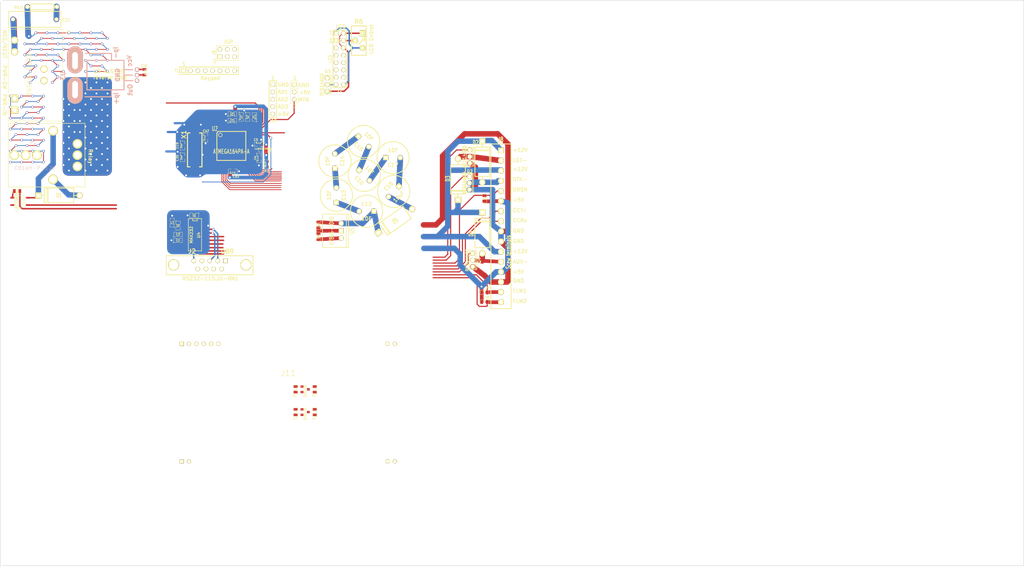
<source format=kicad_pcb>
(kicad_pcb (version 3) (host pcbnew "(2013-mar-13)-testing")
  (layers (15 F.Cu signal) (0 B.Cu signal) (18 B.Paste user) (19 F.Paste user) (20 B.SilkS user) (21 F.SilkS user) (22 B.Mask user) (23 F.Mask user) (28 Edge.Cuts user))
  (net 0 "")
  (net 1 +12V)
  (net 2 +5V)
  (net 3 AD1)
  (net 4 AD2)
  (net 5 AD3)
  (net 6 AUX-)
  (net 7 CCRx)
  (net 8 CCTx)
  (net 9 DRSN)
  (net 10 FLM1)
  (net 11 FLM2)
  (net 12 GND)
  (net 13 LCDBL-)
  (net 14 LGT-)
  (net 15 N-000001)
  (net 16 N-0000010)
  (net 17 N-0000015)
  (net 18 N-0000016)
  (net 19 N-0000017)
  (net 20 N-0000018)
  (net 21 N-0000019)
  (net 22 N-000002)
  (net 23 N-0000020)
  (net 24 N-0000021)
  (net 25 N-0000022)
  (net 26 N-0000024)
  (net 27 N-0000025)
  (net 28 N-0000026)
  (net 29 N-0000027)
  (net 30 N-0000028)
  (net 31 N-0000029)
  (net 32 N-000003)
  (net 33 N-0000030)
  (net 34 N-0000031)
  (net 35 N-0000034)
  (net 36 N-0000036)
  (net 37 N-0000038)
  (net 38 N-0000039)
  (net 39 N-0000040)
  (net 40 N-0000046)
  (net 41 N-0000048)
  (net 42 N-0000049)
  (net 43 N-0000071)
  (net 44 N-0000072)
  (net 45 N-0000073)
  (net 46 N-0000074)
  (net 47 N-0000077)
  (net 48 N-0000079)
  (net 49 N-0000080)
  (net 50 N-0000081)
  (net 51 N-0000082)
  (net 52 N-000009)
  (net 53 PA1)
  (net 54 PA5)
  (net 55 PA6)
  (net 56 PA7)
  (net 57 PB0)
  (net 58 PB1)
  (net 59 PB2)
  (net 60 PB3)
  (net 61 PB4)
  (net 62 PB5)
  (net 63 PB6)
  (net 64 PB7)
  (net 65 PC0)
  (net 66 PC1)
  (net 67 PC2)
  (net 68 PC3)
  (net 69 PC4)
  (net 70 PC5)
  (net 71 PC6)
  (net 72 PC7)
  (net 73 PD7)
  (net 74 Rx0)
  (net 75 Rx1)
  (net 76 STK-)
  (net 77 TTL-Rx)
  (net 78 TTL-Tx)
  (net 79 Tx0)
  (net 80 Tx1)
  (net 81 V-TTL)
  (net 82 ~RESET)
  (module Allegro_HallSensor_Package-CB-PFF_05Jun2012 (layer B.Cu) (at 48.514 38.608 270)
    (fp_text reference U3 (at 0.20066 14.89964 270) (layer B.SilkS) (effects (font (thickness 0.3048)) (justify mirror)))
    (fp_text value ACS755 hide)
    (pad 2 thru_hole circle (at 0 -10.70102 270) (size 1.50114 1.50114) (drill 0.89916) (layers *.Cu *.Mask B.SilkS) (net 12 GND))
    (pad 3 thru_hole circle (at 1.91008 -10.70102 270) (size 1.50114 1.50114) (drill 0.89916) (layers *.Cu *.Mask B.SilkS) (net 53 PA1))
    (pad 1 thru_hole circle (at -1.91008 -10.70102 270) (size 1.50114 1.50114) (drill 0.89916) (layers *.Cu *.Mask B.SilkS) (net 2 +5V))
    (pad 4 thru_hole oval (at 5 10.69898 270) (size 9.3 5.4) (drill oval 5.969 1.9812 (offset 0.3 0)) (layers *.Cu *.Mask B.SilkS) (net 33 N-0000030))
    (pad 5 thru_hole oval (at -5 10.69898 270) (size 9.3 5.4) (drill oval 5.969 1.9812 (offset -0.3 0)) (layers *.Cu *.Mask B.SilkS) (net 22 N-000002))
  )
  (module TQFP44 (layer F.Cu) (at 91.821 63.119)
    (fp_text reference U2 (at -5.715 -5.969) (layer F.SilkS) (effects (font (size 1.524 1.016) (thickness 0.2032))))
    (fp_text value ATMEGA164PA-A (at 0 1.905) (layer F.SilkS) (effects (font (size 1.524 1.016) (thickness 0.2032))))
    (pad 39 smd rect (at 0 -5.715) (size 0.4064 1.524) (layers F.Cu F.Paste F.Mask) (net 12 GND))
    (pad 40 smd rect (at -0.8001 -5.715) (size 0.4064 1.524) (layers F.Cu F.Paste F.Mask) (net 57 PB0))
    (pad 41 smd rect (at -1.6002 -5.715) (size 0.4064 1.524) (layers F.Cu F.Paste F.Mask) (net 58 PB1))
    (pad 42 smd rect (at -2.4003 -5.715) (size 0.4064 1.524) (layers F.Cu F.Paste F.Mask) (net 59 PB2))
    (pad 43 smd rect (at -3.2004 -5.715) (size 0.4064 1.524) (layers F.Cu F.Paste F.Mask) (net 60 PB3))
    (pad 44 smd rect (at -4.0005 -5.715) (size 0.4064 1.524) (layers F.Cu F.Paste F.Mask) (net 61 PB4))
    (pad 38 smd rect (at 0.8001 -5.715) (size 0.4064 1.524) (layers F.Cu F.Paste F.Mask) (net 2 +5V))
    (pad 37 smd rect (at 1.6002 -5.715) (size 0.4064 1.524) (layers F.Cu F.Paste F.Mask) (net 40 N-0000046))
    (pad 36 smd rect (at 2.4003 -5.715) (size 0.4064 1.524) (layers F.Cu F.Paste F.Mask) (net 53 PA1))
    (pad 35 smd rect (at 3.2004 -5.715) (size 0.4064 1.524) (layers F.Cu F.Paste F.Mask) (net 3 AD1))
    (pad 34 smd rect (at 4.0005 -5.715) (size 0.4064 1.524) (layers F.Cu F.Paste F.Mask) (net 4 AD2))
    (pad 17 smd rect (at 0 5.715) (size 0.4064 1.524) (layers F.Cu F.Paste F.Mask) (net 2 +5V))
    (pad 16 smd rect (at -0.8001 5.715) (size 0.4064 1.524) (layers F.Cu F.Paste F.Mask) (net 73 PD7))
    (pad 15 smd rect (at -1.6002 5.715) (size 0.4064 1.524) (layers F.Cu F.Paste F.Mask) (net 9 DRSN))
    (pad 14 smd rect (at -2.4003 5.715) (size 0.4064 1.524) (layers F.Cu F.Paste F.Mask) (net 11 FLM2))
    (pad 13 smd rect (at -3.2004 5.715) (size 0.4064 1.524) (layers F.Cu F.Paste F.Mask) (net 10 FLM1))
    (pad 12 smd rect (at -4.0005 5.715) (size 0.4064 1.524) (layers F.Cu F.Paste F.Mask) (net 80 Tx1))
    (pad 18 smd rect (at 0.8001 5.715) (size 0.4064 1.524) (layers F.Cu F.Paste F.Mask) (net 12 GND))
    (pad 19 smd rect (at 1.6002 5.715) (size 0.4064 1.524) (layers F.Cu F.Paste F.Mask) (net 65 PC0))
    (pad 20 smd rect (at 2.4003 5.715) (size 0.4064 1.524) (layers F.Cu F.Paste F.Mask) (net 66 PC1))
    (pad 21 smd rect (at 3.2004 5.715) (size 0.4064 1.524) (layers F.Cu F.Paste F.Mask) (net 67 PC2))
    (pad 22 smd rect (at 4.0005 5.715) (size 0.4064 1.524) (layers F.Cu F.Paste F.Mask) (net 68 PC3))
    (pad 6 smd rect (at -5.715 0) (size 1.524 0.4064) (layers F.Cu F.Paste F.Mask) (net 12 GND))
    (pad 28 smd rect (at 5.715 0) (size 1.524 0.4064) (layers F.Cu F.Paste F.Mask) (net 12 GND))
    (pad 7 smd rect (at -5.715 0.8001) (size 1.524 0.4064) (layers F.Cu F.Paste F.Mask) (net 41 N-0000048))
    (pad 27 smd rect (at 5.715 0.8001) (size 1.524 0.4064) (layers F.Cu F.Paste F.Mask) (net 35 N-0000034))
    (pad 26 smd rect (at 5.715 1.6002) (size 1.524 0.4064) (layers F.Cu F.Paste F.Mask) (net 72 PC7))
    (pad 8 smd rect (at -5.715 1.6002) (size 1.524 0.4064) (layers F.Cu F.Paste F.Mask) (net 42 N-0000049))
    (pad 9 smd rect (at -5.715 2.4003) (size 1.524 0.4064) (layers F.Cu F.Paste F.Mask) (net 74 Rx0))
    (pad 25 smd rect (at 5.715 2.4003) (size 1.524 0.4064) (layers F.Cu F.Paste F.Mask) (net 71 PC6))
    (pad 24 smd rect (at 5.715 3.2004) (size 1.524 0.4064) (layers F.Cu F.Paste F.Mask) (net 70 PC5))
    (pad 10 smd rect (at -5.715 3.2004) (size 1.524 0.4064) (layers F.Cu F.Paste F.Mask) (net 79 Tx0))
    (pad 11 smd rect (at -5.715 4.0005) (size 1.524 0.4064) (layers F.Cu F.Paste F.Mask) (net 75 Rx1))
    (pad 23 smd rect (at 5.715 4.0005) (size 1.524 0.4064) (layers F.Cu F.Paste F.Mask) (net 69 PC4))
    (pad 29 smd rect (at 5.715 -0.8001) (size 1.524 0.4064) (layers F.Cu F.Paste F.Mask) (net 24 N-0000021))
    (pad 5 smd rect (at -5.715 -0.8001) (size 1.524 0.4064) (layers F.Cu F.Paste F.Mask) (net 2 +5V))
    (pad 4 smd rect (at -5.715 -1.6002) (size 1.524 0.4064) (layers F.Cu F.Paste F.Mask) (net 82 ~RESET))
    (pad 30 smd rect (at 5.715 -1.6002) (size 1.524 0.4064) (layers F.Cu F.Paste F.Mask) (net 56 PA7))
    (pad 31 smd rect (at 5.715 -2.4003) (size 1.524 0.4064) (layers F.Cu F.Paste F.Mask) (net 55 PA6))
    (pad 3 smd rect (at -5.715 -2.4003) (size 1.524 0.4064) (layers F.Cu F.Paste F.Mask) (net 64 PB7))
    (pad 2 smd rect (at -5.715 -3.2004) (size 1.524 0.4064) (layers F.Cu F.Paste F.Mask) (net 63 PB6))
    (pad 32 smd rect (at 5.715 -3.2004) (size 1.524 0.4064) (layers F.Cu F.Paste F.Mask) (net 54 PA5))
    (pad 33 smd rect (at 5.715 -4.0005) (size 1.524 0.4064) (layers F.Cu F.Paste F.Mask) (net 5 AD3))
    (pad 1 smd rect (at -5.715 -4.0005) (size 1.524 0.4064) (layers F.Cu F.Paste F.Mask) (net 62 PB5))
  )
  (module SOP4 (layer F.Cu) (at 18.796 82.296 270)
    (fp_text reference U1 (at 0 -0.889 270) (layer F.SilkS) (effects (font (size 1.143 1.143) (thickness 0.1524))))
    (fp_text value CPC1002N (at 0 1.016 270) (layer F.SilkS) (effects (font (size 0.889 0.889) (thickness 0.1524))))
    (pad 1 smd rect (at -1.27 2.667 270) (size 0.59944 1.39954) (layers F.Cu F.Paste F.Mask) (net 26 N-0000024))
    (pad 2 smd rect (at 1.27 2.667 270) (size 0.59944 1.39954) (layers F.Cu F.Paste F.Mask) (net 12 GND))
    (pad 3 smd rect (at -1.27 -2.667 270) (size 0.59944 1.39954) (layers F.Cu F.Paste F.Mask) (net 25 N-0000022))
    (pad 4 smd rect (at 1.27 -2.667 270) (size 0.59944 1.39954) (layers F.Cu F.Paste F.Mask) (net 1 +12V))
  )
  (module SO16N (layer F.Cu) (at 79.248 93.853 270)
    (fp_text reference U4 (at 0.127 -1.27 270) (layer F.SilkS) (effects (font (size 1.016 1.016) (thickness 0.2032))))
    (fp_text value MAX232 (at 0 1.27 270) (layer F.SilkS) (effects (font (size 1.016 1.016) (thickness 0.2032))))
    (pad 16 smd rect (at -4.445 -3.175 270) (size 0.508 1.143) (layers F.Cu F.Paste F.Mask) (net 2 +5V))
    (pad 14 smd rect (at -1.905 -3.175 270) (size 0.508 1.143) (layers F.Cu F.Paste F.Mask) (net 27 N-0000025))
    (pad 13 smd rect (at -0.635 -3.175 270) (size 0.508 1.143) (layers F.Cu F.Paste F.Mask) (net 28 N-0000026))
    (pad 12 smd rect (at 0.635 -3.175 270) (size 0.508 1.143) (layers F.Cu F.Paste F.Mask) (net 74 Rx0))
    (pad 11 smd rect (at 1.905 -3.175 270) (size 0.508 1.143) (layers F.Cu F.Paste F.Mask) (net 79 Tx0))
    (pad 10 smd rect (at 3.175 -3.175 270) (size 0.508 1.143) (layers F.Cu F.Paste F.Mask) (net 80 Tx1))
    (pad 9 smd rect (at 4.445 -3.175 270) (size 0.508 1.143) (layers F.Cu F.Paste F.Mask) (net 75 Rx1))
    (pad 8 smd rect (at 4.445 3.175 270) (size 0.508 1.143) (layers F.Cu F.Paste F.Mask) (net 8 CCTx))
    (pad 7 smd rect (at 3.175 3.175 270) (size 0.508 1.143) (layers F.Cu F.Paste F.Mask) (net 7 CCRx))
    (pad 6 smd rect (at 1.905 3.175 270) (size 0.508 1.143) (layers F.Cu F.Paste F.Mask) (net 29 N-0000027))
    (pad 5 smd rect (at 0.635 3.175 270) (size 0.508 1.143) (layers F.Cu F.Paste F.Mask) (net 46 N-0000074))
    (pad 4 smd rect (at -0.635 3.175 270) (size 0.508 1.143) (layers F.Cu F.Paste F.Mask) (net 45 N-0000073))
    (pad 3 smd rect (at -1.905 3.175 270) (size 0.508 1.143) (layers F.Cu F.Paste F.Mask) (net 44 N-0000072))
    (pad 2 smd rect (at -3.175 3.175 270) (size 0.508 1.143) (layers F.Cu F.Paste F.Mask) (net 43 N-0000071))
    (pad 1 smd rect (at -4.445 3.175 270) (size 0.508 1.143) (layers F.Cu F.Paste F.Mask) (net 47 N-0000077))
    (pad 15 smd rect (at -3.175 -3.175 270) (size 0.508 1.143) (layers F.Cu F.Paste F.Mask) (net 12 GND))
  )
  (module SM0805 (layer F.Cu) (at 102.87 64.516 180)
    (fp_text reference FB1 (at -2.286 -0.254 270) (layer F.SilkS) (effects (font (size 0.762 0.762) (thickness 0.1524))))
    (fp_text value 1kOhm@100MHz (at 0 0.381 180) (layer F.SilkS) (effects (font (size 0.50038 0.50038) (thickness 0.10922))))
    (pad 1 smd rect (at -0.9525 0 180) (size 0.889 1.397) (layers F.Cu F.Paste F.Mask) (net 2 +5V))
    (pad 2 smd rect (at 0.9525 0 180) (size 0.889 1.397) (layers F.Cu F.Paste F.Mask) (net 35 N-0000034))
  )
  (module SM0805 (layer F.Cu) (at 17.78 78.74)
    (fp_text reference R5 (at 0 -0.3175) (layer F.SilkS) (effects (font (size 0.50038 0.50038) (thickness 0.10922))))
    (fp_text value 1k (at 0 0.381) (layer F.SilkS) (effects (font (size 0.50038 0.50038) (thickness 0.10922))))
    (pad 1 smd rect (at -0.9525 0) (size 0.889 1.397) (layers F.Cu F.Paste F.Mask) (net 26 N-0000024))
    (pad 2 smd rect (at 0.9525 0) (size 0.889 1.397) (layers F.Cu F.Paste F.Mask) (net 56 PA7))
  )
  (module SM0805 (layer F.Cu) (at 71.374 89.662 90)
    (fp_text reference C7 (at 0 -0.3175 90) (layer F.SilkS) (effects (font (size 0.50038 0.50038) (thickness 0.10922))))
    (fp_text value 1uF (at 0 0.381 90) (layer F.SilkS) (effects (font (size 0.50038 0.50038) (thickness 0.10922))))
    (pad 1 smd rect (at -0.9525 0 90) (size 0.889 1.397) (layers F.Cu F.Paste F.Mask) (net 43 N-0000071))
    (pad 2 smd rect (at 0.9525 0 90) (size 0.889 1.397) (layers F.Cu F.Paste F.Mask) (net 12 GND))
  )
  (module SM0805 (layer F.Cu) (at 78.994 87.122 180)
    (fp_text reference C8 (at 0 -0.3175 180) (layer F.SilkS) (effects (font (size 0.50038 0.50038) (thickness 0.10922))))
    (fp_text value 1uF (at 0 0.381 180) (layer F.SilkS) (effects (font (size 0.50038 0.50038) (thickness 0.10922))))
    (pad 1 smd rect (at -0.9525 0 180) (size 0.889 1.397) (layers F.Cu F.Paste F.Mask) (net 2 +5V))
    (pad 2 smd rect (at 0.9525 0 180) (size 0.889 1.397) (layers F.Cu F.Paste F.Mask) (net 12 GND))
  )
  (module SM0805 (layer F.Cu) (at 73.406 90.678 270)
    (fp_text reference C9 (at 0 -0.3175 270) (layer F.SilkS) (effects (font (size 0.50038 0.50038) (thickness 0.10922))))
    (fp_text value 1uF (at 0 0.381 270) (layer F.SilkS) (effects (font (size 0.50038 0.50038) (thickness 0.10922))))
    (pad 1 smd rect (at -0.9525 0 270) (size 0.889 1.397) (layers F.Cu F.Paste F.Mask) (net 47 N-0000077))
    (pad 2 smd rect (at 0.9525 0 270) (size 0.889 1.397) (layers F.Cu F.Paste F.Mask) (net 44 N-0000072))
  )
  (module SM0805 (layer F.Cu) (at 73.406 93.726)
    (fp_text reference C10 (at 0 -0.3175) (layer F.SilkS) (effects (font (size 0.50038 0.50038) (thickness 0.10922))))
    (fp_text value 1uF (at 0 0.381) (layer F.SilkS) (effects (font (size 0.50038 0.50038) (thickness 0.10922))))
    (pad 1 smd rect (at -0.9525 0) (size 0.889 1.397) (layers F.Cu F.Paste F.Mask) (net 45 N-0000073))
    (pad 2 smd rect (at 0.9525 0) (size 0.889 1.397) (layers F.Cu F.Paste F.Mask) (net 46 N-0000074))
  )
  (module SM0805 (layer F.Cu) (at 73.406 95.758)
    (fp_text reference C11 (at 0 -0.3175) (layer F.SilkS) (effects (font (size 0.50038 0.50038) (thickness 0.10922))))
    (fp_text value 1uF (at 0 0.381) (layer F.SilkS) (effects (font (size 0.50038 0.50038) (thickness 0.10922))))
    (pad 1 smd rect (at -0.9525 0) (size 0.889 1.397) (layers F.Cu F.Paste F.Mask) (net 12 GND))
    (pad 2 smd rect (at 0.9525 0) (size 0.889 1.397) (layers F.Cu F.Paste F.Mask) (net 29 N-0000027))
  )
  (module SM0805 (layer F.Cu) (at 179.324 113.792 180)
    (fp_text reference R7 (at -1.016 1.524 180) (layer F.SilkS) (effects (font (size 0.762 0.762) (thickness 0.1524))))
    (fp_text value 5k (at 0 0.381 180) (layer F.SilkS) (effects (font (size 0.50038 0.50038) (thickness 0.10922))))
    (pad 1 smd rect (at -0.9525 0 180) (size 0.889 1.397) (layers F.Cu F.Paste F.Mask) (net 10 FLM1))
    (pad 2 smd rect (at 0.9525 0 180) (size 0.889 1.397) (layers F.Cu F.Paste F.Mask) (net 2 +5V))
  )
  (module SM0805 (layer F.Cu) (at 179.324 117.094 180)
    (fp_text reference R8 (at -1.016 1.524 180) (layer F.SilkS) (effects (font (size 0.762 0.762) (thickness 0.1524))))
    (fp_text value 5k (at 0 0.381 180) (layer F.SilkS) (effects (font (size 0.50038 0.50038) (thickness 0.10922))))
    (pad 1 smd rect (at -0.9525 0 180) (size 0.889 1.397) (layers F.Cu F.Paste F.Mask) (net 11 FLM2))
    (pad 2 smd rect (at 0.9525 0 180) (size 0.889 1.397) (layers F.Cu F.Paste F.Mask) (net 2 +5V))
  )
  (module SM0805 (layer F.Cu) (at 179.324 81.28 270)
    (fp_text reference R9 (at 0 -0.3175 270) (layer F.SilkS) (effects (font (size 0.50038 0.50038) (thickness 0.10922))))
    (fp_text value 5k (at 0 0.381 270) (layer F.SilkS) (effects (font (size 0.50038 0.50038) (thickness 0.10922))))
    (pad 1 smd rect (at -0.9525 0 270) (size 0.889 1.397) (layers F.Cu F.Paste F.Mask) (net 9 DRSN))
    (pad 2 smd rect (at 0.9525 0 270) (size 0.889 1.397) (layers F.Cu F.Paste F.Mask) (net 2 +5V))
  )
  (module SM0805 (layer F.Cu) (at 101.346 62.484 180)
    (fp_text reference C5 (at 1.016 1.524 180) (layer F.SilkS) (effects (font (size 0.762 0.762) (thickness 0.1524))))
    (fp_text value 0.1uF (at 0 0.381 180) (layer F.SilkS) (effects (font (size 0.50038 0.50038) (thickness 0.10922))))
    (pad 1 smd rect (at -0.9525 0 180) (size 0.889 1.397) (layers F.Cu F.Paste F.Mask) (net 12 GND))
    (pad 2 smd rect (at 0.9525 0 180) (size 0.889 1.397) (layers F.Cu F.Paste F.Mask) (net 24 N-0000021))
  )
  (module SM0805 (layer F.Cu) (at 74.93 62.992 270)
    (fp_text reference C19 (at 0 1.778 270) (layer F.SilkS) (effects (font (size 0.762 0.762) (thickness 0.1524))))
    (fp_text value 33pF (at 0 0.381 270) (layer F.SilkS) (effects (font (size 0.50038 0.50038) (thickness 0.10922))))
    (pad 1 smd rect (at -0.9525 0 270) (size 0.889 1.397) (layers F.Cu F.Paste F.Mask) (net 41 N-0000048))
    (pad 2 smd rect (at 0.9525 0 270) (size 0.889 1.397) (layers F.Cu F.Paste F.Mask) (net 12 GND))
  )
  (module SM0805 (layer F.Cu) (at 74.93 67.056 270)
    (fp_text reference C20 (at 0.254 1.778 270) (layer F.SilkS) (effects (font (size 0.762 0.762) (thickness 0.1524))))
    (fp_text value 33pF (at 0 0.381 270) (layer F.SilkS) (effects (font (size 0.50038 0.50038) (thickness 0.10922))))
    (pad 1 smd rect (at -0.9525 0 270) (size 0.889 1.397) (layers F.Cu F.Paste F.Mask) (net 12 GND))
    (pad 2 smd rect (at 0.9525 0 270) (size 0.889 1.397) (layers F.Cu F.Paste F.Mask) (net 42 N-0000049))
  )
  (module SM0805 (layer F.Cu) (at 104.013 69.469 270)
    (fp_text reference R3 (at 2.286 0 360) (layer F.SilkS) (effects (font (size 0.762 0.762) (thickness 0.1524))))
    (fp_text value 56.2k (at 0 0.381 270) (layer F.SilkS) (effects (font (size 0.50038 0.50038) (thickness 0.10922))))
    (pad 1 smd rect (at -0.9525 0 270) (size 0.889 1.397) (layers F.Cu F.Paste F.Mask) (net 12 GND))
    (pad 2 smd rect (at 0.9525 0 270) (size 0.889 1.397) (layers F.Cu F.Paste F.Mask) (net 54 PA5))
  )
  (module SM0805 (layer F.Cu) (at 99.822 53.086 90)
    (fp_text reference R2 (at 0 -0.3175 90) (layer F.SilkS) (effects (font (size 0.50038 0.50038) (thickness 0.10922))))
    (fp_text value 10.2k (at 0 0.381 90) (layer F.SilkS) (effects (font (size 0.50038 0.50038) (thickness 0.10922))))
    (pad 1 smd rect (at -0.9525 0 90) (size 0.889 1.397) (layers F.Cu F.Paste F.Mask) (net 40 N-0000046))
    (pad 2 smd rect (at 0.9525 0 90) (size 0.889 1.397) (layers F.Cu F.Paste F.Mask) (net 1 +12V))
  )
  (module SM0805 (layer F.Cu) (at 95.25 53.086 270)
    (fp_text reference C1 (at 0 -0.3175 270) (layer F.SilkS) (effects (font (size 0.50038 0.50038) (thickness 0.10922))))
    (fp_text value 0.1uF (at 0 0.381 270) (layer F.SilkS) (effects (font (size 0.50038 0.50038) (thickness 0.10922))))
    (pad 1 smd rect (at -0.9525 0 270) (size 0.889 1.397) (layers F.Cu F.Paste F.Mask) (net 12 GND))
    (pad 2 smd rect (at 0.9525 0 270) (size 0.889 1.397) (layers F.Cu F.Paste F.Mask) (net 40 N-0000046))
  )
  (module SM0805 (layer F.Cu) (at 97.4725 53.086 270)
    (fp_text reference R1 (at 0 -0.3175 270) (layer F.SilkS) (effects (font (size 0.50038 0.50038) (thickness 0.10922))))
    (fp_text value 3.4k (at 0 0.381 270) (layer F.SilkS) (effects (font (size 0.50038 0.50038) (thickness 0.10922))))
    (pad 1 smd rect (at -0.9525 0 270) (size 0.889 1.397) (layers F.Cu F.Paste F.Mask) (net 12 GND))
    (pad 2 smd rect (at 0.9525 0 270) (size 0.889 1.397) (layers F.Cu F.Paste F.Mask) (net 40 N-0000046))
  )
  (module relay-CB1AH (layer F.Cu) (at 30.226 66.294)
    (fp_text reference K1 (at -6.985 -4.445) (layer B.SilkS) (effects (font (size 1.27 1.27) (thickness 0.0889))))
    (fp_text value CB1aH-P-12V (at -6.35 4.445) (layer B.SilkS) (effects (font (size 1.27 1.27) (thickness 0.0889))))
    (pad 3 thru_hole circle (at -9.5 0 180) (size 3.3147 3.3147) (drill 2.2987) (layers *.Cu F.Paste F.SilkS F.Mask) (net 52 N-000009))
    (pad 1 thru_hole circle (at 0 -8.4 180) (size 3.3147 3.3147) (drill 2.2987) (layers *.Cu F.Paste F.SilkS F.Mask) (net 25 N-0000022))
    (pad 2 thru_hole circle (at 0 8.4 180) (size 3.3147 3.3147) (drill 2.2987) (layers *.Cu F.Paste F.SilkS F.Mask) (net 12 GND))
    (pad 4 thru_hole circle (at 8.4 0 180) (size 3.3147 3.3147) (drill 2.2987) (layers *.Cu F.Paste F.SilkS F.Mask) (net 33 N-0000030))
    (pad 4 thru_hole circle (at 8.4 -3.9 180) (size 3.3147 3.3147) (drill 2.2987) (layers *.Cu F.Paste F.SilkS F.Mask) (net 33 N-0000030))
    (pad 4 thru_hole circle (at 8.4 3.9 180) (size 3.3147 3.3147) (drill 2.2987) (layers *.Cu F.Paste F.SilkS F.Mask) (net 33 N-0000030))
    (pad 3 thru_hole circle (at -13.4 0 180) (size 3.3147 3.3147) (drill 2.2987) (layers *.Cu F.Paste F.SilkS F.Mask) (net 52 N-000009))
    (pad 3 thru_hole circle (at -5.6 0 180) (size 3.3147 3.3147) (drill 2.2987) (layers *.Cu F.Paste F.SilkS F.Mask) (net 52 N-000009))
  )
  (module POTX (layer F.Cu) (at 137.16 26.67)
    (fp_text reference R6 (at -1.27 -6.604) (layer F.SilkS) (effects (font (thickness 0.3048))))
    (fp_text value 10k (at -9.525 0) (layer F.SilkS) (effects (font (thickness 0.3048))))
    (pad 2 thru_hole circle (at -2.54 0) (size 2.03962 2.03962) (drill 0.8128) (layers *.Cu *.Mask F.SilkS) (net 34 N-0000031))
    (pad 1 thru_hole rect (at 0 -2.54) (size 2.03962 2.03962) (drill 0.8128) (layers *.Cu *.Mask F.SilkS) (net 12 GND))
    (pad 3 thru_hole circle (at 0 2.54) (size 2.03962 2.03962) (drill 0.8128) (layers *.Cu *.Mask F.SilkS) (net 2 +5V))
  )
  (module pin_array_8x2 (layer F.Cu) (at 129.286 33.02 270)
    (fp_text reference J1 (at 10.922 0 360) (layer F.SilkS) (effects (font (size 1.016 1.016) (thickness 0.2032))))
    (fp_text value LCD (at 0 3.302 270) (layer F.SilkS) (effects (font (size 1.016 1.016) (thickness 0.2032))))
    (pad 1 thru_hole rect (at -8.89 1.27 270) (size 1.524 1.524) (drill 1.016) (layers *.Cu *.Mask F.SilkS) (net 2 +5V))
    (pad 2 thru_hole circle (at -8.89 -1.27 270) (size 1.524 1.524) (drill 1.016) (layers *.Cu *.Mask F.SilkS) (net 12 GND))
    (pad 3 thru_hole circle (at -6.35 1.27 270) (size 1.524 1.524) (drill 1.016) (layers *.Cu *.Mask F.SilkS) (net 69 PC4))
    (pad 4 thru_hole circle (at -6.35 -1.27 270) (size 1.524 1.524) (drill 1.016) (layers *.Cu *.Mask F.SilkS) (net 34 N-0000031))
    (pad 5 thru_hole circle (at -3.81 1.27 270) (size 1.524 1.524) (drill 1.016) (layers *.Cu *.Mask F.SilkS) (net 70 PC5))
    (pad 6 thru_hole circle (at -3.81 -1.27 270) (size 1.524 1.524) (drill 1.016) (layers *.Cu *.Mask F.SilkS) (net 12 GND))
    (pad 7 thru_hole circle (at -1.27 1.27 270) (size 1.524 1.524) (drill 1.016) (layers *.Cu *.Mask F.SilkS) (net 36 N-0000036))
    (pad 8 thru_hole circle (at -1.27 -1.27 270) (size 1.524 1.524) (drill 1.016) (layers *.Cu *.Mask F.SilkS) (net 37 N-0000038))
    (pad 9 thru_hole circle (at 1.27 1.27 270) (size 1.524 1.524) (drill 1.016) (layers *.Cu *.Mask F.SilkS) (net 38 N-0000039))
    (pad 10 thru_hole circle (at 1.27 -1.27 270) (size 1.524 1.524) (drill 1.016) (layers *.Cu *.Mask F.SilkS) (net 39 N-0000040))
    (pad 11 thru_hole circle (at 3.81 1.27 270) (size 1.524 1.524) (drill 1.016) (layers *.Cu *.Mask F.SilkS) (net 66 PC1))
    (pad 12 thru_hole circle (at 3.81 -1.27 270) (size 1.524 1.524) (drill 1.016) (layers *.Cu *.Mask F.SilkS) (net 65 PC0))
    (pad 13 thru_hole circle (at 6.35 1.27 270) (size 1.524 1.524) (drill 1.016) (layers *.Cu *.Mask F.SilkS) (net 68 PC3))
    (pad 14 thru_hole circle (at 6.35 -1.27 270) (size 1.524 1.524) (drill 1.016) (layers *.Cu *.Mask F.SilkS) (net 67 PC2))
    (pad 15 thru_hole circle (at 8.89 1.27 270) (size 1.524 1.524) (drill 1.016) (layers *.Cu *.Mask F.SilkS) (net 13 LCDBL-))
    (pad 16 thru_hole circle (at 8.89 -1.27 270) (size 1.524 1.524) (drill 1.016) (layers *.Cu *.Mask F.SilkS) (net 2 +5V))
  )
  (module PIN_ARRAY_5x1 (layer F.Cu) (at 106.172 46.99 270)
    (fp_text reference J10 (at 7.366 0 360) (layer F.SilkS) (effects (font (size 1.016 1.016) (thickness 0.2032))))
    (fp_text value ADC hide)
    (pad 1 thru_hole rect (at -5.08 0 270) (size 1.524 1.524) (drill 1.016) (layers *.Cu *.Mask F.SilkS) (net 12 GND))
    (pad 2 thru_hole circle (at -2.54 0 270) (size 1.524 1.524) (drill 1.016) (layers *.Cu *.Mask F.SilkS) (net 3 AD1))
    (pad 3 thru_hole circle (at 0 0 270) (size 1.524 1.524) (drill 1.016) (layers *.Cu *.Mask F.SilkS) (net 4 AD2))
    (pad 4 thru_hole circle (at 2.54 0 270) (size 1.524 1.524) (drill 1.016) (layers *.Cu *.Mask F.SilkS) (net 5 AD3))
    (pad 5 thru_hole circle (at 5.08 0 270) (size 1.524 1.524) (drill 1.016) (layers *.Cu *.Mask F.SilkS) (net 2 +5V))
  )
  (module pin_array_3x2 (layer F.Cu) (at 90.424 30.988)
    (fp_text reference J6 (at -4.699 -0.127 270) (layer F.SilkS) (effects (font (size 1.016 1.016) (thickness 0.2032))))
    (fp_text value "ISP Hdr" hide)
    (pad 1 thru_hole rect (at -2.54 1.27) (size 1.524 1.524) (drill 1.016) (layers *.Cu *.Mask F.SilkS) (net 63 PB6))
    (pad 2 thru_hole circle (at -2.54 -1.27) (size 1.524 1.524) (drill 1.016) (layers *.Cu *.Mask F.SilkS) (net 2 +5V))
    (pad 3 thru_hole circle (at 0 1.27) (size 1.524 1.524) (drill 1.016) (layers *.Cu *.Mask F.SilkS) (net 64 PB7))
    (pad 4 thru_hole circle (at 0 -1.27) (size 1.524 1.524) (drill 1.016) (layers *.Cu *.Mask F.SilkS) (net 62 PB5))
    (pad 5 thru_hole circle (at 2.54 1.27) (size 1.524 1.524) (drill 1.016) (layers *.Cu *.Mask F.SilkS) (net 82 ~RESET))
    (pad 6 thru_hole circle (at 2.54 -1.27) (size 1.524 1.524) (drill 1.016) (layers *.Cu *.Mask F.SilkS) (net 12 GND))
  )
  (module PIN_ARRAY_3X1 (layer F.Cu) (at 113.538 44.45 270)
    (fp_text reference J3 (at 4.953 0.127 360) (layer F.SilkS) (effects (font (size 1.016 1.016) (thickness 0.1524))))
    (fp_text value MTN hide)
    (pad 1 thru_hole rect (at -2.54 0 270) (size 1.524 1.524) (drill 1.016) (layers *.Cu *.Mask F.SilkS) (net 12 GND))
    (pad 2 thru_hole circle (at 0 0 270) (size 1.524 1.524) (drill 1.016) (layers *.Cu *.Mask F.SilkS) (net 2 +5V))
    (pad 3 thru_hole circle (at 2.54 0 270) (size 1.524 1.524) (drill 1.016) (layers *.Cu *.Mask F.SilkS) (net 54 PA5))
  )
  (module PIN_ARRAY-8X1 (layer F.Cu) (at 81.534 37.084)
    (fp_text reference J7 (at -8.509 0 90) (layer F.SilkS) (effects (font (size 1.016 1.016) (thickness 0.2032))))
    (fp_text value Keypad hide)
    (pad 1 thru_hole rect (at -6.35 0) (size 1.524 1.524) (drill 1.016) (layers *.Cu *.Mask F.SilkS) (net 57 PB0))
    (pad 2 thru_hole circle (at -3.81 0) (size 1.524 1.524) (drill 1.016) (layers *.Cu *.Mask F.SilkS) (net 58 PB1))
    (pad 3 thru_hole circle (at -1.27 0) (size 1.524 1.524) (drill 1.016) (layers *.Cu *.Mask F.SilkS) (net 59 PB2))
    (pad 4 thru_hole circle (at 1.27 0) (size 1.524 1.524) (drill 1.016) (layers *.Cu *.Mask F.SilkS) (net 60 PB3))
    (pad 5 thru_hole circle (at 3.81 0) (size 1.524 1.524) (drill 1.016) (layers *.Cu *.Mask F.SilkS) (net 61 PB4))
    (pad 6 thru_hole circle (at 6.35 0) (size 1.524 1.524) (drill 1.016) (layers *.Cu *.Mask F.SilkS) (net 62 PB5))
    (pad 7 thru_hole circle (at 8.89 0) (size 1.524 1.524) (drill 1.016) (layers *.Cu *.Mask F.SilkS) (net 63 PB6))
    (pad 8 thru_hole circle (at 11.43 0) (size 1.524 1.524) (drill 1.016) (layers *.Cu *.Mask F.SilkS) (net 64 PB7))
  )
  (module OSTTE-16 (layer F.Cu) (at 185.039 90.932 270)
    (fp_text reference J8 (at -29.972 0.127 360) (layer F.SilkS) (effects (font (size 1.72974 1.08712) (thickness 0.27178))))
    (fp_text value "Scew terminals" (at 8.89 -2.54 270) (layer F.SilkS) (effects (font (size 1.524 1.016) (thickness 0.3048))))
    (pad 1 thru_hole rect (at -26.25 0 270) (size 2 2) (drill 1.2) (layers *.Cu *.Mask F.SilkS) (net 1 +12V))
    (pad 2 thru_hole circle (at -22.75 0 270) (size 2.1 2.1) (drill 1.2) (layers *.Cu *.Mask F.SilkS) (net 14 LGT-))
    (pad 3 thru_hole circle (at -19.25 0 270) (size 2.1 2.1) (drill 1.2) (layers *.Cu *.Mask F.SilkS) (net 1 +12V))
    (pad 4 thru_hole circle (at -15.75 0 270) (size 2.1 2.1) (drill 1.2) (layers *.Cu *.Mask F.SilkS) (net 76 STK-))
    (pad 5 thru_hole circle (at -12.25 0 270) (size 2.1 2.1) (drill 1.2) (layers *.Cu *.Mask F.SilkS) (net 9 DRSN))
    (pad 6 thru_hole circle (at -8.75 0 270) (size 2.1 2.1) (drill 1.2) (layers *.Cu *.Mask F.SilkS) (net 2 +5V))
    (pad 7 thru_hole circle (at -5.25 0 270) (size 2.1 2.1) (drill 1.2) (layers *.Cu *.Mask F.SilkS) (net 8 CCTx))
    (pad 8 thru_hole circle (at -1.75 0 270) (size 2.1 2.1) (drill 1.2) (layers *.Cu *.Mask F.SilkS) (net 7 CCRx))
    (pad 9 thru_hole circle (at 1.75 0 270) (size 2.1 2.1) (drill 1.2) (layers *.Cu *.Mask F.SilkS) (net 12 GND))
    (pad 10 thru_hole circle (at 5.25 0 270) (size 2.1 2.1) (drill 1.2) (layers *.Cu *.Mask F.SilkS) (net 12 GND))
    (pad 11 thru_hole circle (at 8.75 0 270) (size 2.1 2.1) (drill 1.2) (layers *.Cu *.Mask F.SilkS) (net 1 +12V))
    (pad 12 thru_hole circle (at 12.25 0 270) (size 2.1 2.1) (drill 1.2) (layers *.Cu *.Mask F.SilkS) (net 6 AUX-))
    (pad 13 thru_hole circle (at 15.75 0 270) (size 2.1 2.1) (drill 1.2) (layers *.Cu *.Mask F.SilkS) (net 2 +5V))
    (pad 14 thru_hole circle (at 19.25 0 270) (size 2.1 2.1) (drill 1.2) (layers *.Cu *.Mask F.SilkS) (net 12 GND))
    (pad 15 thru_hole circle (at 22.75 0 270) (size 2.1 2.1) (drill 1.2) (layers *.Cu *.Mask F.SilkS) (net 10 FLM1))
    (pad 16 thru_hole circle (at 26.25 0 270) (size 2.1 2.1) (drill 1.2) (layers *.Cu *.Mask F.SilkS) (net 11 FLM2))
  )
  (module IPAKGDS (layer F.Cu) (at 175.26 102.616 90)
    (fp_text reference Q4 (at -0.127 2.286 90) (layer F.SilkS) (effects (font (size 1.016 1.016) (thickness 0.2032))))
    (fp_text value RFD14N05 (at 0 -1.905 90) (layer F.SilkS) (effects (font (size 1.016 1.016) (thickness 0.2032))))
    (pad D thru_hole circle (at 0 0 90) (size 1.651 1.651) (drill 1.016) (layers *.Cu *.Mask F.SilkS) (net 6 AUX-))
    (pad S thru_hole circle (at -2.286 0 90) (size 1.651 1.651) (drill 1.016) (layers *.Cu *.Mask F.SilkS) (net 12 GND))
    (pad G thru_hole circle (at 2.286 0 90) (size 1.651 1.651) (drill 1.016) (layers *.Cu *.Mask F.SilkS) (net 55 PA6))
  )
  (module IPAKGDS (layer F.Cu) (at 174.117 75.946 90)
    (fp_text reference Q2 (at 4.064 0.127 180) (layer F.SilkS) (effects (font (size 1.016 1.016) (thickness 0.2032))))
    (fp_text value RFD14N05 (at 0 -1.905 90) (layer F.SilkS) (effects (font (size 1.016 1.016) (thickness 0.2032))))
    (pad D thru_hole circle (at 0 0 90) (size 1.651 1.651) (drill 1.016) (layers *.Cu *.Mask F.SilkS) (net 76 STK-))
    (pad S thru_hole circle (at -2.286 0 90) (size 1.651 1.651) (drill 1.016) (layers *.Cu *.Mask F.SilkS) (net 12 GND))
    (pad G thru_hole circle (at 2.286 0 90) (size 1.651 1.651) (drill 1.016) (layers *.Cu *.Mask F.SilkS) (net 73 PD7))
  )
  (module IPAKGDS (layer F.Cu) (at 174.244 66.802 90)
    (fp_text reference Q1 (at 2.286 -2.032 90) (layer F.SilkS) (effects (font (size 1.016 1.016) (thickness 0.2032))))
    (fp_text value RFD14N05 (at 0 -1.905 90) (layer F.SilkS) (effects (font (size 1.016 1.016) (thickness 0.2032))))
    (pad D thru_hole circle (at 0 0 90) (size 1.651 1.651) (drill 1.016) (layers *.Cu *.Mask F.SilkS) (net 14 LGT-))
    (pad S thru_hole circle (at -2.286 0 90) (size 1.651 1.651) (drill 1.016) (layers *.Cu *.Mask F.SilkS) (net 12 GND))
    (pad G thru_hole circle (at 2.286 0 90) (size 1.651 1.651) (drill 1.016) (layers *.Cu *.Mask F.SilkS) (net 72 PC7))
  )
  (module IPAKGDS (layer F.Cu) (at 124.968 41.91 90)
    (fp_text reference Q3 (at 4.572 0.127 180) (layer F.SilkS) (effects (font (size 1.016 1.016) (thickness 0.2032))))
    (fp_text value RFD14N05 (at 0 -1.905 90) (layer F.SilkS) (effects (font (size 1.016 1.016) (thickness 0.2032))))
    (pad D thru_hole circle (at 0 0 90) (size 1.651 1.651) (drill 1.016) (layers *.Cu *.Mask F.SilkS) (net 13 LCDBL-))
    (pad S thru_hole circle (at -2.286 0 90) (size 1.651 1.651) (drill 1.016) (layers *.Cu *.Mask F.SilkS) (net 12 GND))
    (pad G thru_hole circle (at 2.286 0 90) (size 1.651 1.651) (drill 1.016) (layers *.Cu *.Mask F.SilkS) (net 71 PC6))
  )
  (module DB9FD (layer F.Cu) (at 84.328 104.394)
    (fp_text reference J2 (at -6.096 -4.826 180) (layer F.SilkS) (effects (font (thickness 0.3048))))
    (fp_text value DB9 (at 6.096 -4.826) (layer F.SilkS) (effects (font (thickness 0.3048))))
    (pad 0 thru_hole circle (at -12.446 -0.127) (size 3.81 3.81) (drill 3.048) (layers *.Cu *.Mask F.SilkS))
    (pad 0 thru_hole circle (at 12.573 -0.127) (size 3.81 3.81) (drill 3.048) (layers *.Cu *.Mask F.SilkS))
    (pad 1 thru_hole rect (at 5.461 -1.524) (size 1.524 1.524) (drill 1.016) (layers *.Cu *.Mask F.SilkS) (net 17 N-0000015))
    (pad 2 thru_hole circle (at 2.794 -1.524) (size 1.524 1.524) (drill 1.016) (layers *.Cu *.Mask F.SilkS) (net 27 N-0000025))
    (pad 3 thru_hole circle (at 0 -1.524) (size 1.524 1.524) (drill 1.016) (layers *.Cu *.Mask F.SilkS) (net 28 N-0000026))
    (pad 4 thru_hole circle (at -2.667 -1.524) (size 1.524 1.524) (drill 1.016) (layers *.Cu *.Mask F.SilkS) (net 21 N-0000019))
    (pad 5 thru_hole circle (at -5.461 -1.524) (size 1.524 1.524) (drill 1.016) (layers *.Cu *.Mask F.SilkS) (net 12 GND))
    (pad 6 thru_hole circle (at 4.191 1.27) (size 1.524 1.524) (drill 1.016) (layers *.Cu *.Mask F.SilkS) (net 18 N-0000016))
    (pad 7 thru_hole circle (at 1.397 1.27) (size 1.524 1.524) (drill 1.016) (layers *.Cu *.Mask F.SilkS) (net 19 N-0000017))
    (pad 8 thru_hole circle (at -1.27 1.27) (size 1.524 1.524) (drill 1.016) (layers *.Cu *.Mask F.SilkS) (net 20 N-0000018))
    (pad 9 thru_hole circle (at -4.064 1.27) (size 1.524 1.524) (drill 1.016) (layers *.Cu *.Mask F.SilkS) (net 23 N-0000020))
  )
  (module Crystal_HC49-SD_SMD_RevA_09Aug2010 (layer F.Cu) (at 79.1718 64.4906 270)
    (fp_text reference X1 (at -5.3086 3.7338 450) (layer F.SilkS) (effects (font (thickness 0.3048))))
    (fp_text value "18.432 MHz" hide)
    (pad 1 smd rect (at -4.84886 0 270) (size 5.6007 2.10058) (layers F.Cu F.Paste F.Mask) (net 41 N-0000048))
    (pad 2 smd rect (at 4.84886 0 270) (size 5.6007 2.10058) (layers F.Cu F.Paste F.Mask) (net 42 N-0000049))
  )
  (module C2V10 (layer F.Cu) (at 128.143 80.137 90)
    (fp_text reference C13 (at 0 2.54 90) (layer F.SilkS) (effects (font (size 1.27 1.27) (thickness 0.254))))
    (fp_text value 10F (at 0 -2.54 90) (layer F.SilkS) (effects (font (size 1.27 1.27) (thickness 0.254))))
    (pad 1 thru_hole rect (at -2.54 0 90) (size 1.778 1.778) (drill 1.016) (layers *.Cu *.Mask F.SilkS) (net 49 N-0000080))
    (pad 2 thru_hole circle (at 2.54 0 90) (size 1.778 1.778) (drill 1.016) (layers *.Cu *.Mask F.SilkS) (net 48 N-0000079))
  )
  (module C2V10 (layer F.Cu) (at 147.955 78.867 225)
    (fp_text reference C18 (at 0 2.54 225) (layer F.SilkS) (effects (font (size 1.27 1.27) (thickness 0.254))))
    (fp_text value 10uF (at 0 -2.54 225) (layer F.SilkS) (effects (font (size 1.27 1.27) (thickness 0.254))))
    (pad 1 thru_hole rect (at -2.54 0 225) (size 1.778 1.778) (drill 1.016) (layers *.Cu *.Mask F.SilkS) (net 12 GND))
    (pad 2 thru_hole circle (at 2.54 0 225) (size 1.778 1.778) (drill 1.016) (layers *.Cu *.Mask F.SilkS) (net 1 +12V))
  )
  (module C2V10 (layer F.Cu) (at 138.557 85.725 180)
    (fp_text reference C12 (at 0 2.54 180) (layer F.SilkS) (effects (font (size 1.27 1.27) (thickness 0.254))))
    (fp_text value 10F (at 0 -2.54 180) (layer F.SilkS) (effects (font (size 1.27 1.27) (thickness 0.254))))
    (pad 1 thru_hole rect (at -2.54 0 180) (size 1.778 1.778) (drill 1.016) (layers *.Cu *.Mask F.SilkS) (net 32 N-000003))
    (pad 2 thru_hole circle (at 2.54 0 180) (size 1.778 1.778) (drill 1.016) (layers *.Cu *.Mask F.SilkS) (net 49 N-0000080))
  )
  (module C2V10 (layer F.Cu) (at 127.635 68.326 90)
    (fp_text reference C14 (at 0 2.54 90) (layer F.SilkS) (effects (font (size 1.27 1.27) (thickness 0.254))))
    (fp_text value 10F (at 0 -2.54 90) (layer F.SilkS) (effects (font (size 1.27 1.27) (thickness 0.254))))
    (pad 1 thru_hole rect (at -2.54 0 90) (size 1.778 1.778) (drill 1.016) (layers *.Cu *.Mask F.SilkS) (net 48 N-0000079))
    (pad 2 thru_hole circle (at 2.54 0 90) (size 1.778 1.778) (drill 1.016) (layers *.Cu *.Mask F.SilkS) (net 31 N-0000029))
  )
  (module C2V10 (layer F.Cu) (at 137.541 61.595 315)
    (fp_text reference C15 (at 0 2.54 315) (layer F.SilkS) (effects (font (size 1.27 1.27) (thickness 0.254))))
    (fp_text value 10F (at 0 -2.54 315) (layer F.SilkS) (effects (font (size 1.27 1.27) (thickness 0.254))))
    (pad 1 thru_hole rect (at -2.54 0 315) (size 1.778 1.778) (drill 1.016) (layers *.Cu *.Mask F.SilkS) (net 31 N-0000029))
    (pad 2 thru_hole circle (at 2.54 0 315) (size 1.778 1.778) (drill 1.016) (layers *.Cu *.Mask F.SilkS) (net 50 N-0000081))
  )
  (module C2V10 (layer F.Cu) (at 147.701 67.183)
    (fp_text reference C17 (at 0 2.54) (layer F.SilkS) (effects (font (size 1.27 1.27) (thickness 0.254))))
    (fp_text value 10F (at 0 -2.54) (layer F.SilkS) (effects (font (size 1.27 1.27) (thickness 0.254))))
    (pad 1 thru_hole rect (at -2.54 0) (size 1.778 1.778) (drill 1.016) (layers *.Cu *.Mask F.SilkS) (net 51 N-0000082))
    (pad 2 thru_hole circle (at 2.54 0) (size 1.778 1.778) (drill 1.016) (layers *.Cu *.Mask F.SilkS) (net 12 GND))
  )
  (module C2V10 (layer F.Cu) (at 137.795 73.279 315)
    (fp_text reference C16 (at 0 2.54 315) (layer F.SilkS) (effects (font (size 1.27 1.27) (thickness 0.254))))
    (fp_text value 10F (at 0 -2.54 315) (layer F.SilkS) (effects (font (size 1.27 1.27) (thickness 0.254))))
    (pad 1 thru_hole rect (at -2.54 0 315) (size 1.778 1.778) (drill 1.016) (layers *.Cu *.Mask F.SilkS) (net 50 N-0000081))
    (pad 2 thru_hole circle (at 2.54 0 315) (size 1.778 1.778) (drill 1.016) (layers *.Cu *.Mask F.SilkS) (net 51 N-0000082))
  )
  (module SM0805 (layer F.Cu) (at 92.202 54.356)
    (fp_text reference Cb1 (at 0 -0.3175) (layer F.SilkS) (effects (font (size 0.50038 0.50038) (thickness 0.10922))))
    (fp_text value 0.1uF (at 0 0.381) (layer F.SilkS) (effects (font (size 0.50038 0.50038) (thickness 0.10922))))
    (pad 1 smd rect (at -0.9525 0) (size 0.889 1.397) (layers F.Cu F.Paste F.Mask) (net 12 GND))
    (pad 2 smd rect (at 0.9525 0) (size 0.889 1.397) (layers F.Cu F.Paste F.Mask) (net 2 +5V))
  )
  (module SM0805 (layer F.Cu) (at 82.931 60.198 270)
    (fp_text reference Cb2 (at -2.286 -0.127 360) (layer F.SilkS) (effects (font (size 0.762 0.762) (thickness 0.1524))))
    (fp_text value 0.1uF (at 0 0.381 270) (layer F.SilkS) (effects (font (size 0.50038 0.50038) (thickness 0.10922))))
    (pad 1 smd rect (at -0.9525 0 270) (size 0.889 1.397) (layers F.Cu F.Paste F.Mask) (net 2 +5V))
    (pad 2 smd rect (at 0.9525 0 270) (size 0.889 1.397) (layers F.Cu F.Paste F.Mask) (net 12 GND))
  )
  (module SM0805 (layer F.Cu) (at 92.329 71.882)
    (fp_text reference Cb3 (at 1.143 1.778) (layer F.SilkS) (effects (font (size 0.762 0.762) (thickness 0.1524))))
    (fp_text value 0.1uF (at 0 0.381) (layer F.SilkS) (effects (font (size 0.50038 0.50038) (thickness 0.10922))))
    (pad 1 smd rect (at -0.9525 0) (size 0.889 1.397) (layers F.Cu F.Paste F.Mask) (net 2 +5V))
    (pad 2 smd rect (at 0.9525 0) (size 0.889 1.397) (layers F.Cu F.Paste F.Mask) (net 12 GND))
  )
  (module SM0805 (layer F.Cu) (at 92.202 52.07)
    (fp_text reference Cb4 (at 0 -0.3175) (layer F.SilkS) (effects (font (size 0.50038 0.50038) (thickness 0.10922))))
    (fp_text value 10uF (at 0 0.381) (layer F.SilkS) (effects (font (size 0.50038 0.50038) (thickness 0.10922))))
    (pad 1 smd rect (at -0.9525 0) (size 0.889 1.397) (layers F.Cu F.Paste F.Mask) (net 12 GND))
    (pad 2 smd rect (at 0.9525 0) (size 0.889 1.397) (layers F.Cu F.Paste F.Mask) (net 2 +5V))
  )
  (module Diode-MUR (layer F.Cu) (at 148.463 89.027 215)
    (fp_text reference D5 (at 0 0 215) (layer F.SilkS) (effects (font (size 1.524 1.016) (thickness 0.3048))))
    (fp_text value MUR410 hide)
    (pad 1 thru_hole circle (at -7.112 0 215) (size 2.159 2.159) (drill 1.27) (layers *.Cu *.Mask F.SilkS) (net 1 +12V))
    (pad 2 thru_hole rect (at 7.112 0 215) (size 2.159 2.159) (drill 1.27) (layers *.Cu *.Mask F.SilkS) (net 32 N-000003))
  )
  (module Diode-MUR (layer F.Cu) (at 32.258 80.264 180)
    (fp_text reference D1 (at 0 0 180) (layer F.SilkS) (effects (font (size 1.524 1.016) (thickness 0.3048))))
    (fp_text value MUR410 hide)
    (pad 1 thru_hole circle (at -7.112 0 180) (size 2.159 2.159) (drill 1.27) (layers *.Cu *.Mask F.SilkS) (net 12 GND))
    (pad 2 thru_hole rect (at 7.112 0 180) (size 2.159 2.159) (drill 1.27) (layers *.Cu *.Mask F.SilkS) (net 25 N-0000022))
  )
  (module Diode-MUR (layer F.Cu) (at 178.562 93.218 90)
    (fp_text reference D4 (at -0.254 -3.81 90) (layer F.SilkS) (effects (font (size 1.524 1.016) (thickness 0.3048))))
    (fp_text value MUR410 hide)
    (pad 1 thru_hole circle (at -7.112 0 90) (size 2.159 2.159) (drill 1.27) (layers *.Cu *.Mask F.SilkS) (net 6 AUX-))
    (pad 2 thru_hole rect (at 7.112 0 90) (size 2.159 2.159) (drill 1.27) (layers *.Cu *.Mask F.SilkS) (net 1 +12V))
  )
  (module Diode-MUR (layer F.Cu) (at 170.18 74.676 270)
    (fp_text reference D3 (at -0.254 3.556 270) (layer F.SilkS) (effects (font (size 1.524 1.016) (thickness 0.3048))))
    (fp_text value MUR410 hide)
    (pad 1 thru_hole circle (at -7.112 0 270) (size 2.159 2.159) (drill 1.27) (layers *.Cu *.Mask F.SilkS) (net 14 LGT-))
    (pad 2 thru_hole rect (at 7.112 0 270) (size 2.159 2.159) (drill 1.27) (layers *.Cu *.Mask F.SilkS) (net 1 +12V))
  )
  (module Diode-MUR (layer F.Cu) (at 178.562 68.58 90)
    (fp_text reference D2 (at 6.604 -2.286 180) (layer F.SilkS) (effects (font (size 1.524 1.016) (thickness 0.3048))))
    (fp_text value MUR410 hide)
    (pad 1 thru_hole circle (at -7.112 0 90) (size 2.159 2.159) (drill 1.27) (layers *.Cu *.Mask F.SilkS) (net 76 STK-))
    (pad 2 thru_hole rect (at 7.112 0 90) (size 2.159 2.159) (drill 1.27) (layers *.Cu *.Mask F.SilkS) (net 1 +12V))
  )
  (module C-X2-15mm (layer F.Cu) (at 23.876 19.304)
    (fp_text reference C21 (at 10.922 0.254 180) (layer F.SilkS) (effects (font (size 1.016 1.016) (thickness 0.2032))))
    (fp_text value 0.1uF hide)
    (pad 1 thru_hole circle (at -7.5 0) (size 1.397 1.397) (drill 0.8128) (layers *.Cu *.Mask F.SilkS) (net 16 N-0000010))
    (pad 2 thru_hole circle (at 7.5 0) (size 1.397 1.397) (drill 0.8128) (layers *.Cu *.Mask F.SilkS) (net 15 N-000001))
  )
  (module R4 (layer F.Cu) (at 26.416 14.986 180)
    (fp_text reference R10 (at 8.128 -0.254 180) (layer F.SilkS) (effects (font (size 1.016 1.016) (thickness 0.2032))))
    (fp_text value 120 hide)
    (pad 1 thru_hole circle (at -5.08 0 180) (size 1.524 1.524) (drill 0.8128) (layers *.Cu *.Mask F.SilkS) (net 15 N-000001))
    (pad 2 thru_hole circle (at 5.08 0 180) (size 1.524 1.524) (drill 0.8128) (layers *.Cu *.Mask F.SilkS) (net 22 N-000002))
  )
  (module MOLEX-39910-0103-3circ (layer F.Cu) (at 21.971 38.608 90)
    (fp_text reference J4 (at 14.986 13.335 180) (layer F.SilkS) (effects (font (size 1.016 1.016) (thickness 0.2032))))
    (fp_text value 39910-0103 (at 0 0 90) (layer F.SilkS) (effects (font (size 1.5 1.5))))
    (pad 1 thru_hole rect (at -12.09 -5.08 90) (size 2.5 2.5) (drill 1.52) (layers *.Cu *.Mask F.SilkS) (net 52 N-000009))
    (pad 1 thru_hole rect (at -8.07 -5.08 90) (size 2.5 2.5) (drill 1.52) (layers *.Cu *.Mask F.SilkS) (net 52 N-000009))
    (pad 2 thru_hole circle (at -1.93 5.08 90) (size 2.5 2.5) (drill 1.52) (layers *.Cu *.Mask F.SilkS) (net 22 N-000002))
    (pad 2 thru_hole circle (at 2.09 5.08 90) (size 2.5 2.5) (drill 1.52) (layers *.Cu *.Mask F.SilkS) (net 22 N-000002))
    (pad 3 thru_hole circle (at 8.07 -5.08 90) (size 2.5 2.5) (drill 1.52) (layers *.Cu *.Mask F.SilkS) (net 16 N-0000010))
    (pad 3 thru_hole circle (at 12.09 -5.08 90) (size 2.5 2.5) (drill 1.52) (layers *.Cu *.Mask F.SilkS) (net 16 N-0000010))
  )
  (module SM0805 (layer F.Cu) (at 121.92 90.424 90)
    (fp_text reference C22 (at 0 -0.3175 90) (layer F.SilkS) (effects (font (size 0.50038 0.50038) (thickness 0.10922))))
    (fp_text value 10uF (at 0 0.381 90) (layer F.SilkS) (effects (font (size 0.50038 0.50038) (thickness 0.10922))))
    (pad 1 smd rect (at -0.9525 0 90) (size 0.889 1.397) (layers F.Cu F.Paste F.Mask) (net 30 N-0000028))
    (pad 2 smd rect (at 0.9525 0 90) (size 0.889 1.397) (layers F.Cu F.Paste F.Mask) (net 32 N-000003))
  )
  (module SM0805 (layer F.Cu) (at 121.92 94.488 270)
    (fp_text reference C23 (at 0 -0.3175 270) (layer F.SilkS) (effects (font (size 0.50038 0.50038) (thickness 0.10922))))
    (fp_text value 22uF (at 0 0.381 270) (layer F.SilkS) (effects (font (size 0.50038 0.50038) (thickness 0.10922))))
    (pad 1 smd rect (at -0.9525 0 270) (size 0.889 1.397) (layers F.Cu F.Paste F.Mask) (net 30 N-0000028))
    (pad 2 smd rect (at 0.9525 0 270) (size 0.889 1.397) (layers F.Cu F.Paste F.Mask) (net 2 +5V))
  )
  (module V78XX-2000 (layer F.Cu) (at 129.794 92.456 270)
    (fp_text reference U5 (at 0 -3.81 450) (layer F.SilkS) (effects (font (size 1.524 1.016) (thickness 0.2032))))
    (fp_text value V7805-2000 (at 0 3.302 450) (layer F.SilkS) (effects (font (size 1.524 1.016) (thickness 0.2032))))
    (pad VI thru_hole circle (at -2.54 0) (size 1.778 1.778) (drill 1.143) (layers *.Cu *.Mask F.SilkS) (net 32 N-000003))
    (pad GND thru_hole rect (at 0 0 270) (size 1.778 1.778) (drill 1.143) (layers *.Cu *.Mask F.SilkS) (net 30 N-0000028))
    (pad VO thru_hole circle (at 2.54 0) (size 1.778 1.778) (drill 1.143) (layers *.Cu *.Mask F.SilkS) (net 2 +5V))
  )
  (module SM0805 (layer F.Cu) (at 101.346 67.31 270)
    (fp_text reference Cb5 (at 0 1.27 270) (layer F.SilkS) (effects (font (size 0.50038 0.50038) (thickness 0.10922))))
    (fp_text value 0.1uF (at 0 0.381 270) (layer F.SilkS) (effects (font (size 0.50038 0.50038) (thickness 0.10922))))
    (pad 1 smd rect (at -0.9525 0 270) (size 0.889 1.397) (layers F.Cu F.Paste F.Mask) (net 35 N-0000034))
    (pad 2 smd rect (at 0.9525 0 270) (size 0.889 1.397) (layers F.Cu F.Paste F.Mask) (net 12 GND))
  )
  (module SM0805 (layer F.Cu) (at 61.722 37.592 90)
    (fp_text reference Cb6 (at 2.286 0 180) (layer F.SilkS) (effects (font (size 0.762 0.762) (thickness 0.1524))))
    (fp_text value 0.1uF (at 0 0.381 90) (layer F.SilkS) (effects (font (size 0.50038 0.50038) (thickness 0.10922))))
    (pad 1 smd rect (at -0.9525 0 90) (size 0.889 1.397) (layers F.Cu F.Paste F.Mask) (net 12 GND))
    (pad 2 smd rect (at 0.9525 0 90) (size 0.889 1.397) (layers F.Cu F.Paste F.Mask) (net 2 +5V))
  )
  (module OLinuXino-MICRO-min (layer F.Cu) (at 111.506 151.892)
    (fp_text reference J11 (at 0 -10.16) (layer F.SilkS) (effects (font (size 2.032 2.032) (thickness 0.2032))))
    (fp_text value "TTL UART" hide)
    (pad 1-2 thru_hole circle (at -34.29 20.32) (size 1.397 1.397) (drill 0.8128) (layers *.Cu *.Mask F.SilkS))
    (pad 1-1 thru_hole rect (at -36.83 20.32) (size 1.397 1.397) (drill 0.8128) (layers *.Cu *.Mask F.SilkS))
    (pad 2-1 thru_hole rect (at -36.83 -20.32) (size 1.397 1.397) (drill 0.8128) (layers *.Cu *.Mask F.SilkS))
    (pad 2-2 thru_hole circle (at -34.29 -20.32) (size 1.397 1.397) (drill 0.8128) (layers *.Cu *.Mask F.SilkS))
    (pad 2-3 thru_hole circle (at -31.75 -20.32) (size 1.397 1.397) (drill 0.8128) (layers *.Cu *.Mask F.SilkS))
    (pad 2-4 thru_hole circle (at -29.21 -20.32) (size 1.397 1.397) (drill 0.8128) (layers *.Cu *.Mask F.SilkS))
    (pad 2-5 thru_hole circle (at -26.67 -20.32) (size 1.397 1.397) (drill 0.8128) (layers *.Cu *.Mask F.SilkS))
    (pad 2-6 thru_hole circle (at -24.13 -20.32) (size 1.397 1.397) (drill 0.8128) (layers *.Cu *.Mask F.SilkS))
    (pad 2-29 thru_hole circle (at 34.29 -20.32) (size 1.397 1.397) (drill 0.8128) (layers *.Cu *.Mask F.SilkS))
    (pad 2-30 thru_hole circle (at 36.83 -20.32) (size 1.397 1.397) (drill 0.8128) (layers *.Cu *.Mask F.SilkS))
    (pad 1-29 thru_hole circle (at 34.29 20.32) (size 1.397 1.397) (drill 0.8128) (layers *.Cu *.Mask F.SilkS))
    (pad 1-30 thru_hole circle (at 36.83 20.32) (size 1.397 1.397) (drill 0.8128) (layers *.Cu *.Mask F.SilkS))
  )
  (module SOT23 (layer F.Cu) (at 117.348 147.32 270)
    (fp_text reference Q5 (at 2.286 0 360) (layer F.SilkS) (effects (font (size 0.762 0.762) (thickness 0.11938))))
    (fp_text value BSS138K (at 0.0635 0 270) (layer F.SilkS) (effects (font (size 0.50038 0.50038) (thickness 0.09906))))
    (pad D smd rect (at 0 -1.09982 270) (size 0.8001 1.00076) (layers F.Cu F.Paste F.Mask) (net 79 Tx0))
    (pad S smd rect (at 0.9525 1.09982 270) (size 0.8001 1.00076) (layers F.Cu F.Paste F.Mask) (net 78 TTL-Tx))
    (pad G smd rect (at -0.9525 1.09982 270) (size 0.8001 1.00076) (layers F.Cu F.Paste F.Mask) (net 81 V-TTL))
  )
  (module SOT23 (layer F.Cu) (at 117.348 155.194 270)
    (fp_text reference Q6 (at 2.286 0 360) (layer F.SilkS) (effects (font (size 0.762 0.762) (thickness 0.11938))))
    (fp_text value BSS138K (at 0.0635 0 270) (layer F.SilkS) (effects (font (size 0.50038 0.50038) (thickness 0.09906))))
    (pad D smd rect (at 0 -1.09982 270) (size 0.8001 1.00076) (layers F.Cu F.Paste F.Mask) (net 74 Rx0))
    (pad S smd rect (at 0.9525 1.09982 270) (size 0.8001 1.00076) (layers F.Cu F.Paste F.Mask) (net 77 TTL-Rx))
    (pad G smd rect (at -0.9525 1.09982 270) (size 0.8001 1.00076) (layers F.Cu F.Paste F.Mask) (net 81 V-TTL))
  )
  (module SM0805 (layer F.Cu) (at 114.046 147.32 90)
    (fp_text reference R11 (at -2.286 -0.254 180) (layer F.SilkS) (effects (font (size 0.50038 0.50038) (thickness 0.10922))))
    (fp_text value 10k (at 0 0.381 90) (layer F.SilkS) (effects (font (size 0.50038 0.50038) (thickness 0.10922))))
    (pad 1 smd rect (at -0.9525 0 90) (size 0.889 1.397) (layers F.Cu F.Paste F.Mask) (net 78 TTL-Tx))
    (pad 2 smd rect (at 0.9525 0 90) (size 0.889 1.397) (layers F.Cu F.Paste F.Mask) (net 81 V-TTL))
  )
  (module SM0805 (layer F.Cu) (at 120.65 147.32 90)
    (fp_text reference R12 (at -2.286 -0.254 180) (layer F.SilkS) (effects (font (size 0.50038 0.50038) (thickness 0.10922))))
    (fp_text value 10k (at 0 0.381 90) (layer F.SilkS) (effects (font (size 0.50038 0.50038) (thickness 0.10922))))
    (pad 1 smd rect (at -0.9525 0 90) (size 0.889 1.397) (layers F.Cu F.Paste F.Mask) (net 79 Tx0))
    (pad 2 smd rect (at 0.9525 0 90) (size 0.889 1.397) (layers F.Cu F.Paste F.Mask) (net 2 +5V))
  )
  (module SM0805 (layer F.Cu) (at 114.046 155.194 90)
    (fp_text reference R13 (at -2.286 -0.254 180) (layer F.SilkS) (effects (font (size 0.50038 0.50038) (thickness 0.10922))))
    (fp_text value 10k (at 0 0.381 90) (layer F.SilkS) (effects (font (size 0.50038 0.50038) (thickness 0.10922))))
    (pad 1 smd rect (at -0.9525 0 90) (size 0.889 1.397) (layers F.Cu F.Paste F.Mask) (net 77 TTL-Rx))
    (pad 2 smd rect (at 0.9525 0 90) (size 0.889 1.397) (layers F.Cu F.Paste F.Mask) (net 81 V-TTL))
  )
  (module SM0805 (layer F.Cu) (at 120.65 155.194 90)
    (fp_text reference R14 (at -2.286 -0.254 180) (layer F.SilkS) (effects (font (size 0.50038 0.50038) (thickness 0.10922))))
    (fp_text value 10k (at 0 0.381 90) (layer F.SilkS) (effects (font (size 0.50038 0.50038) (thickness 0.10922))))
    (pad 1 smd rect (at -0.9525 0 90) (size 0.889 1.397) (layers F.Cu F.Paste F.Mask) (net 74 Rx0))
    (pad 2 smd rect (at 0.9525 0 90) (size 0.889 1.397) (layers F.Cu F.Paste F.Mask) (net 2 +5V))
  )
  (gr_text 1 (at 105.41 39.624) (layer F.SilkS) (effects (font (size 1.27 1.27) (thickness 0.25)) (justify left)))
  (gr_text 1 (at 113.03 39.624) (layer F.SilkS) (effects (font (size 1.27 1.27) (thickness 0.25)) (justify left)))
  (gr_text Relay (at 43.18 64.008 270) (layer F.SilkS) (effects (font (size 1.27 1.27) (thickness 0.25)) (justify left)))
  (gr_text "U3 ACS755\nreverse side" (at 43.942 38.354) (layer F.SilkS) (effects (font (size 1.27 1.27) (thickness 0.25)) (justify left)))
  (gr_text RS232-115.2k-8N1 (at 94.488 108.966) (layer F.SilkS) (effects (font (size 1.27 1.27) (thickness 0.25)) (justify right)))
  (gr_text Keypad (at 81.026 39.624) (layer F.SilkS) (effects (font (size 1.27 1.27) (thickness 0.25)) (justify left)))
  (gr_text 1 (at 74.676 34.798) (layer F.SilkS) (effects (font (size 1.27 1.27) (thickness 0.25)) (justify left)))
  (gr_text 1 (at 85.344 33.782) (layer F.SilkS) (effects (font (size 1.27 1.27) (thickness 0.25)) (justify left)))
  (gr_text ISP (at 89.154 27.178) (layer F.SilkS) (effects (font (size 1.27 1.27) (thickness 0.25)) (justify left)))
  (gr_text +5V (at 115.0366 44.6024) (layer F.SilkS) (effects (font (size 1.27 1.27) (thickness 0.25)) (justify left)))
  (gr_text GND (at 114.7826 42.0624) (layer F.SilkS) (effects (font (size 1.27 1.27) (thickness 0.25)) (justify left)))
  (gr_text MTN (at 114.7826 47.1424) (layer F.SilkS) (effects (font (size 1.27 1.27) (thickness 0.25)) (justify left)))
  (gr_text GND (at 107.696 41.91) (layer F.SilkS) (effects (font (size 1.27 1.27) (thickness 0.25)) (justify left)))
  (gr_text +5V (at 107.696 52.07) (layer F.SilkS) (effects (font (size 1.27 1.27) (thickness 0.25)) (justify left)))
  (gr_text AD3 (at 107.696 49.53) (layer F.SilkS) (effects (font (size 1.27 1.27) (thickness 0.25)) (justify left)))
  (gr_text AD2 (at 107.696 46.99) (layer F.SilkS) (effects (font (size 1.27 1.27) (thickness 0.25)) (justify left)))
  (gr_text AD1 (at 107.696 44.45) (layer F.SilkS) (effects (font (size 1.27 1.27) (thickness 0.25)) (justify left)))
  (gr_text LCD (at 127.762 21.844) (layer F.SilkS) (effects (font (size 1.27 1.27) (thickness 0.25)) (justify left)))
  (gr_text 1 (at 125.476 23.876) (layer F.SilkS) (effects (font (size 1.27 1.27) (thickness 0.25)) (justify left)))
  (gr_text "LCD Cntrst" (at 140.208 31.496 90) (layer F.SilkS) (effects (font (size 1.27 1.27) (thickness 0.25)) (justify left)))
  (gr_text PWR-IN (at 13.462 44.958 270) (layer F.SilkS) (effects (font (size 1.27 1.27) (thickness 0.25)) (justify left)))
  (gr_text PWR-SW (at 13.462 35.052 270) (layer F.SilkS) (effects (font (size 1.27 1.27) (thickness 0.25)) (justify left)))
  (gr_text NEG/NEUT (at 13.462 22.86 270) (layer F.SilkS) (effects (font (size 1.27 1.27) (thickness 0.25)) (justify left)))
  (gr_text FLM2 (at 188.976 116.84) (layer F.SilkS) (effects (font (size 1.27 1.27) (thickness 0.25)) (justify left)))
  (gr_text FLM1 (at 188.976 113.284) (layer F.SilkS) (effects (font (size 1.27 1.27) (thickness 0.25)) (justify left)))
  (gr_text GND (at 188.976 109.728) (layer F.SilkS) (effects (font (size 1.27 1.27) (thickness 0.25)) (justify left)))
  (gr_text +5V (at 188.976 106.68) (layer F.SilkS) (effects (font (size 1.27 1.27) (thickness 0.25)) (justify left)))
  (gr_text AUX- (at 188.976 103.124) (layer F.SilkS) (effects (font (size 1.27 1.27) (thickness 0.25)) (justify left)))
  (gr_text +12V (at 188.976 99.568) (layer F.SilkS) (effects (font (size 1.27 1.27) (thickness 0.25)) (justify left)))
  (gr_text GND (at 188.976 96.012) (layer F.SilkS) (effects (font (size 1.27 1.27) (thickness 0.25)) (justify left)))
  (gr_text GND (at 188.976 92.456) (layer F.SilkS) (effects (font (size 1.27 1.27) (thickness 0.25)) (justify left)))
  (gr_text CCRx (at 188.976 88.9) (layer F.SilkS) (effects (font (size 1.27 1.27) (thickness 0.25)) (justify left)))
  (gr_text CCTx (at 188.976 85.344) (layer F.SilkS) (effects (font (size 1.27 1.27) (thickness 0.25)) (justify left)))
  (gr_text +5V (at 188.976 81.788) (layer F.SilkS) (effects (font (size 1.27 1.27) (thickness 0.25)) (justify left)))
  (gr_text DRSN (at 188.976 78.232) (layer F.SilkS) (effects (font (size 1.27 1.27) (thickness 0.25)) (justify left)))
  (gr_text STK- (at 188.976 74.676) (layer F.SilkS) (effects (font (size 1.27 1.27) (thickness 0.25)) (justify left)))
  (gr_text +12V (at 188.976 71.12) (layer F.SilkS) (effects (font (size 1.27 1.27) (thickness 0.25)) (justify left)))
  (gr_text LGT- (at 188.976 68.072) (layer F.SilkS) (effects (font (size 1.27 1.27) (thickness 0.25)) (justify left)))
  (gr_text +12V (at 188.976 64.516) (layer F.SilkS) (effects (font (size 1.27 1.27) (thickness 0.25)) (justify left)))
  (gr_line (start 11.938 208.788) (end 11.938 13.208) (angle 90) (layer Edge.Cuts) (width 0.15))
  (gr_line (start 365.76 208.28) (end 12.7 208.28) (angle 90) (layer Edge.Cuts) (width 0.15))
  (gr_line (start 365.76 12.7) (end 365.76 208.28) (angle 90) (layer Edge.Cuts) (width 0.15))
  (gr_line (start 12.7 12.7) (end 365.76 12.7) (angle 90) (layer Edge.Cuts) (width 0.15))
  (segment (start 21.463 83.566) (end 52.07 83.566) (width 0.508) (layer F.Cu) (net 1))
  (segment (start 154.288809 84.947724) (end 146.158949 80.663051) (width 1.905) (layer F.Cu) (net 1))
  (segment (start 146.158949 80.663051) (end 154.288809 84.947724) (width 1.905) (layer B.Cu) (net 1))
  (segment (start 178.562 61.468) (end 170.18 61.468) (width 1.905) (layer B.Cu) (net 1))
  (segment (start 166.624 65.024) (end 166.7256 71.9836) (width 1.905) (layer B.Cu) (net 1))
  (segment (start 170.18 61.468) (end 166.624 65.024) (width 1.905) (layer B.Cu) (net 1))
  (segment (start 170.18 81.788) (end 170.18 84.963) (width 1.905) (layer B.Cu) (net 1))
  (segment (start 170.18 84.963) (end 169.164 85.979) (width 1.905) (layer B.Cu) (net 1))
  (segment (start 181.854697 61.23909) (end 178.79091 61.23909) (width 1.905) (layer B.Cu) (net 1))
  (segment (start 185.039 64.643) (end 181.854697 61.23909) (width 1.905) (layer B.Cu) (net 1))
  (segment (start 185.039 64.682) (end 185.039 64.643) (width 1.905) (layer B.Cu) (net 1))
  (segment (start 178.79091 61.23909) (end 178.562 61.468) (width 1.905) (layer B.Cu) (net 1))
  (segment (start 178.562 86.106) (end 166.624 86.106) (width 1.905) (layer B.Cu) (net 1))
  (segment (start 166.878 86.36) (end 166.624 86.36) (width 1.905) (layer B.Cu) (net 1))
  (segment (start 166.624 86.106) (end 166.878 86.36) (width 1.905) (layer B.Cu) (net 1))
  (segment (start 185.039 99.682) (end 182.74 99.682) (width 1.905) (layer B.Cu) (net 1))
  (segment (start 177.546 94.488) (end 163.068 94.488) (width 1.905) (layer B.Cu) (net 1))
  (segment (start 182.74 99.682) (end 177.546 94.488) (width 1.905) (layer B.Cu) (net 1))
  (segment (start 185.039 71.428) (end 166.7256 71.5296) (width 1.905) (layer B.Cu) (net 1))
  (segment (start 166.7256 71.5296) (end 166.7256 71.9836) (width 1.905) (layer B.Cu) (net 1))
  (segment (start 163.068 94.488) (end 158.242 94.488) (width 1.905) (layer B.Cu) (net 1))
  (segment (start 166.624 90.932) (end 163.068 94.488) (width 1.905) (layer B.Cu) (net 1))
  (segment (start 166.7256 71.9836) (end 166.624 86.36) (width 1.905) (layer B.Cu) (net 1))
  (segment (start 166.624 86.36) (end 166.624 90.932) (width 1.905) (layer B.Cu) (net 1))
  (segment (start 130.556 41.91) (end 131.064 41.91) (width 0.508) (layer B.Cu) (net 2))
  (segment (start 132.334 30.734) (end 133.858 29.21) (width 0.508) (layer B.Cu) (net 2))
  (segment (start 132.334 40.64) (end 132.334 30.734) (width 0.508) (layer B.Cu) (net 2))
  (segment (start 131.064 41.91) (end 132.334 40.64) (width 0.508) (layer B.Cu) (net 2))
  (segment (start 137.16 29.21) (end 133.858 29.21) (width 0.508) (layer B.Cu) (net 2))
  (segment (start 128.016 23.368) (end 128.016 24.13) (width 0.508) (layer B.Cu) (net 2))
  (segment (start 129.032 22.352) (end 128.016 23.368) (width 0.508) (layer B.Cu) (net 2))
  (segment (start 131.572 22.352) (end 129.032 22.352) (width 0.508) (layer B.Cu) (net 2))
  (segment (start 132.588 23.368) (end 131.572 22.352) (width 0.508) (layer B.Cu) (net 2))
  (segment (start 132.588 27.94) (end 132.588 23.368) (width 0.508) (layer B.Cu) (net 2))
  (segment (start 133.858 29.21) (end 132.588 27.94) (width 0.508) (layer B.Cu) (net 2))
  (segment (start 61.976 36.6395) (end 59.27344 36.6395) (width 0.508) (layer F.Cu) (net 2))
  (segment (start 59.27344 36.6395) (end 59.21502 36.69792) (width 0.508) (layer F.Cu) (net 2))
  (segment (start 121.92 95.4405) (end 129.794 94.996) (width 1.27) (layer F.Cu) (net 2))
  (segment (start 185.039 106.682) (end 185.672 106.682) (width 1.905) (layer B.Cu) (net 2))
  (segment (start 187.452 82.804) (end 185.039 82.182) (width 1.905) (layer B.Cu) (net 2))
  (segment (start 187.452 104.902) (end 187.452 82.804) (width 1.905) (layer B.Cu) (net 2))
  (segment (start 185.672 106.682) (end 187.452 104.902) (width 1.905) (layer B.Cu) (net 2))
  (segment (start 178.308 111.76) (end 170.942 104.394) (width 1.905) (layer B.Cu) (net 2))
  (segment (start 170.942 104.394) (end 170.942 100.584) (width 1.905) (layer B.Cu) (net 2))
  (segment (start 170.942 100.584) (end 168.91 98.552) (width 1.905) (layer B.Cu) (net 2))
  (segment (start 168.91 98.552) (end 158.369 98.552) (width 1.905) (layer B.Cu) (net 2))
  (segment (start 185.039 82.182) (end 179.4005 82.309) (width 1.27) (layer F.Cu) (net 2))
  (segment (start 179.4005 82.309) (end 179.324 82.2325) (width 1.27) (layer F.Cu) (net 2))
  (segment (start 178.3715 117.094) (end 178.3715 113.792) (width 1.27) (layer F.Cu) (net 2))
  (segment (start 178.3715 113.792) (end 178.308 113.7285) (width 1.27) (layer F.Cu) (net 2))
  (segment (start 178.308 113.7285) (end 178.308 111.76) (width 1.27) (layer F.Cu) (net 2))
  (via (at 178.308 111.76) (size 0.889) (layers F.Cu B.Cu) (net 2))
  (segment (start 178.308 111.76) (end 183.386 106.682) (width 1.905) (layer B.Cu) (net 2))
  (segment (start 183.386 106.682) (end 185.039 106.682) (width 1.905) (layer B.Cu) (net 2))
  (segment (start 79.9465 87.122) (end 81.661 87.122) (width 0.508) (layer F.Cu) (net 2))
  (segment (start 82.423 87.884) (end 82.423 89.408) (width 0.508) (layer F.Cu) (net 2))
  (segment (start 81.661 87.122) (end 82.423 87.884) (width 0.508) (layer F.Cu) (net 2))
  (segment (start 103.8225 64.516) (end 103.8225 65.2145) (width 1.27) (layer F.Cu) (net 2))
  (segment (start 91.3765 73.9775) (end 91.3765 71.882) (width 1.27) (layer F.Cu) (net 2))
  (segment (start 91.313 74.041) (end 91.3765 73.9775) (width 1.27) (layer F.Cu) (net 2))
  (via (at 91.313 74.041) (size 0.889) (layers F.Cu B.Cu) (net 2))
  (segment (start 102.489 74.041) (end 91.313 74.041) (width 1.27) (layer B.Cu) (net 2))
  (segment (start 103.886 72.898) (end 102.489 74.041) (width 1.27) (layer B.Cu) (net 2))
  (segment (start 103.886 66.294) (end 103.886 72.898) (width 1.27) (layer B.Cu) (net 2))
  (via (at 103.886 66.294) (size 0.889) (layers F.Cu B.Cu) (net 2))
  (segment (start 103.8225 65.2145) (end 103.886 66.294) (width 1.27) (layer F.Cu) (net 2))
  (segment (start 103.886 62.611) (end 103.886 50.419) (width 1.27) (layer B.Cu) (net 2))
  (segment (start 93.1545 49.5935) (end 93.218 49.53) (width 1.27) (layer F.Cu) (net 2))
  (via (at 93.218 49.53) (size 0.889) (layers F.Cu B.Cu) (net 2))
  (segment (start 93.218 49.53) (end 93.345 49.403) (width 1.27) (layer B.Cu) (net 2))
  (segment (start 93.345 49.403) (end 102.87 49.403) (width 1.27) (layer B.Cu) (net 2))
  (segment (start 102.87 49.403) (end 103.886 50.419) (width 1.27) (layer B.Cu) (net 2))
  (via (at 103.886 62.611) (size 0.889) (layers F.Cu B.Cu) (net 2))
  (segment (start 103.886 62.611) (end 103.8225 62.6745) (width 1.27) (layer F.Cu) (net 2))
  (segment (start 103.8225 64.516) (end 103.8225 62.6745) (width 1.27) (layer F.Cu) (net 2))
  (segment (start 93.1545 49.5935) (end 93.1545 52.07) (width 1.27) (layer F.Cu) (net 2))
  (segment (start 86.106 62.3189) (end 84.2899 62.3189) (width 0.508) (layer F.Cu) (net 2))
  (segment (start 84.201 60.5155) (end 82.931 59.2455) (width 0.508) (layer F.Cu) (net 2))
  (segment (start 84.201 62.23) (end 84.201 60.5155) (width 0.508) (layer F.Cu) (net 2))
  (segment (start 84.2899 62.3189) (end 84.201 62.23) (width 0.508) (layer F.Cu) (net 2))
  (segment (start 93.1545 54.356) (end 93.1545 52.1335) (width 1.27) (layer F.Cu) (net 2))
  (segment (start 93.1545 52.1335) (end 93.218 52.07) (width 1.27) (layer F.Cu) (net 2))
  (segment (start 92.6211 57.404) (end 92.619087 58.928215) (width 0.508) (layer F.Cu) (net 2))
  (segment (start 92.619087 58.928215) (end 88.9 63.373) (width 1.27) (layer F.Cu) (net 2))
  (segment (start 88.9 63.373) (end 88.9 64.389) (width 1.27) (layer F.Cu) (net 2))
  (segment (start 88.9 64.389) (end 91.821 67.31) (width 1.27) (layer F.Cu) (net 2))
  (segment (start 91.821 67.31) (end 91.821 68.834) (width 0.508) (layer F.Cu) (net 2))
  (segment (start 86.106 62.3189) (end 87.833319 62.287303) (width 0.508) (layer F.Cu) (net 2))
  (segment (start 87.833319 62.287303) (end 88.9 63.373) (width 1.27) (layer F.Cu) (net 2))
  (segment (start 88.9 63.373) (end 88.9 63.373) (width 0.508) (layer F.Cu) (net 2))
  (segment (start 92.6211 57.404) (end 92.6211 55.371999) (width 0.508) (layer F.Cu) (net 2))
  (segment (start 93.265053 54.499447) (end 93.1545 54.356) (width 0.508) (layer F.Cu) (net 2))
  (segment (start 93.265104 54.50096) (end 93.265053 54.499447) (width 0.508) (layer F.Cu) (net 2))
  (segment (start 92.6211 55.371999) (end 93.265104 54.50096) (width 0.508) (layer F.Cu) (net 2))
  (segment (start 91.821 68.834) (end 91.821 71.4375) (width 0.508) (layer F.Cu) (net 2))
  (segment (start 91.821 71.4375) (end 91.3765 71.882) (width 0.508) (layer F.Cu) (net 2))
  (segment (start 95.0214 57.404) (end 95.0214 56.2864) (width 0.381) (layer F.Cu) (net 3))
  (segment (start 102.0064 54.61) (end 102.0064 49.6062) (width 0.381) (layer F.Cu) (net 3))
  (segment (start 100.838 55.7784) (end 102.0064 54.61) (width 0.381) (layer F.Cu) (net 3))
  (segment (start 95.5294 55.7784) (end 100.838 55.7784) (width 0.381) (layer F.Cu) (net 3))
  (segment (start 95.0214 56.2864) (end 95.5294 55.7784) (width 0.381) (layer F.Cu) (net 3))
  (segment (start 95.8215 57.404) (end 95.8215 56.8325) (width 0.381) (layer F.Cu) (net 4))
  (segment (start 102.6668 54.864) (end 102.6668 49.5808) (width 0.381) (layer F.Cu) (net 4))
  (segment (start 101.092 56.4388) (end 102.6668 54.864) (width 0.381) (layer F.Cu) (net 4))
  (segment (start 96.2152 56.4388) (end 101.092 56.4388) (width 0.381) (layer F.Cu) (net 4))
  (segment (start 95.8215 56.8325) (end 96.2152 56.4388) (width 0.381) (layer F.Cu) (net 4))
  (segment (start 105.918002 46.736002) (end 106.172 46.99) (width 0.381) (layer F.Cu) (net 4))
  (segment (start 97.536 59.1185) (end 97.536 57.5818) (width 0.381) (layer F.Cu) (net 5))
  (segment (start 103.3272 55.118) (end 103.3272 49.5808) (width 0.381) (layer F.Cu) (net 5))
  (segment (start 101.346 57.0992) (end 103.3272 55.118) (width 0.381) (layer F.Cu) (net 5))
  (segment (start 98.0186 57.0992) (end 101.346 57.0992) (width 0.381) (layer F.Cu) (net 5))
  (segment (start 97.536 57.5818) (end 98.0186 57.0992) (width 0.381) (layer F.Cu) (net 5))
  (segment (start 178.562 100.33) (end 178.562 102.843525) (width 1.905) (layer F.Cu) (net 6))
  (segment (start 178.308 102.616) (end 178.308 102.830251) (width 1.905) (layer F.Cu) (net 6))
  (segment (start 178.334475 102.616) (end 178.308 102.616) (width 1.905) (layer F.Cu) (net 6))
  (segment (start 178.562 102.843525) (end 178.334475 102.616) (width 1.905) (layer F.Cu) (net 6))
  (segment (start 185.039 103.182) (end 178.308 102.830251) (width 1.27) (layer F.Cu) (net 6))
  (segment (start 178.308 102.830251) (end 175.318 102.674) (width 1.27) (layer F.Cu) (net 6))
  (segment (start 175.318 102.674) (end 175.26 102.616) (width 1.27) (layer F.Cu) (net 6))
  (segment (start 185.039 89.182) (end 178.28 89.182) (width 0.381) (layer F.Cu) (net 7))
  (segment (start 170.18 105.664) (end 161.544 105.664) (width 0.381) (layer F.Cu) (net 7))
  (segment (start 172.72 103.124) (end 170.18 105.664) (width 0.381) (layer F.Cu) (net 7))
  (segment (start 172.72 94.742) (end 172.72 103.124) (width 0.381) (layer F.Cu) (net 7))
  (segment (start 178.28 89.182) (end 172.72 94.742) (width 0.381) (layer F.Cu) (net 7))
  (segment (start 76.073 97.028) (end 78.74 97.028) (width 0.508) (layer F.Cu) (net 7))
  (segment (start 81.153 99.441) (end 89.535 99.441) (width 0.508) (layer F.Cu) (net 7))
  (segment (start 78.74 97.028) (end 81.153 99.441) (width 0.508) (layer F.Cu) (net 7))
  (segment (start 185.039 85.682) (end 183.304 85.682) (width 0.381) (layer F.Cu) (net 8))
  (segment (start 169.672 104.648) (end 161.798 104.648) (width 0.381) (layer F.Cu) (net 8))
  (segment (start 171.704 102.616) (end 169.672 104.648) (width 0.381) (layer F.Cu) (net 8))
  (segment (start 171.704 94.488) (end 171.704 102.616) (width 0.381) (layer F.Cu) (net 8))
  (segment (start 178.054 88.138) (end 171.704 94.488) (width 0.381) (layer F.Cu) (net 8))
  (segment (start 180.848 88.138) (end 178.054 88.138) (width 0.381) (layer F.Cu) (net 8))
  (segment (start 183.304 85.682) (end 180.848 88.138) (width 0.381) (layer F.Cu) (net 8))
  (segment (start 76.073 98.298) (end 78.74 98.298) (width 0.508) (layer F.Cu) (net 8))
  (segment (start 80.899 100.457) (end 89.154 100.457) (width 0.508) (layer F.Cu) (net 8))
  (segment (start 78.74 98.298) (end 80.899 100.457) (width 0.508) (layer F.Cu) (net 8))
  (segment (start 90.2208 68.834) (end 90.2208 69.6976) (width 0.254) (layer F.Cu) (net 9))
  (segment (start 91.44 76.8096) (end 109.0676 76.8096) (width 0.254) (layer F.Cu) (net 9))
  (segment (start 89.7128 75.0824) (end 91.44 76.8096) (width 0.254) (layer F.Cu) (net 9))
  (segment (start 89.7128 70.2056) (end 89.7128 75.0824) (width 0.254) (layer F.Cu) (net 9))
  (segment (start 90.2208 69.6976) (end 89.7128 70.2056) (width 0.254) (layer F.Cu) (net 9))
  (segment (start 185.039 78.682) (end 183.7 78.682) (width 0.381) (layer F.Cu) (net 9))
  (segment (start 169.164 103.632) (end 161.544 103.632) (width 0.381) (layer F.Cu) (net 9))
  (segment (start 170.688 102.108) (end 169.164 103.632) (width 0.381) (layer F.Cu) (net 9))
  (segment (start 170.688 85.344) (end 170.688 102.108) (width 0.381) (layer F.Cu) (net 9))
  (segment (start 175.8315 80.2005) (end 170.688 85.344) (width 0.381) (layer F.Cu) (net 9))
  (segment (start 182.1815 80.2005) (end 175.8315 80.2005) (width 0.381) (layer F.Cu) (net 9))
  (segment (start 183.7 78.682) (end 182.1815 80.2005) (width 0.381) (layer F.Cu) (net 9))
  (segment (start 88.6206 68.834) (end 88.6206 69.5706) (width 0.254) (layer F.Cu) (net 10))
  (segment (start 91.2368 78.232) (end 109.1184 78.232) (width 0.254) (layer F.Cu) (net 10))
  (segment (start 88.5444 75.5396) (end 91.2368 78.232) (width 0.254) (layer F.Cu) (net 10))
  (segment (start 88.5444 69.6468) (end 88.5444 75.5396) (width 0.254) (layer F.Cu) (net 10))
  (segment (start 88.6206 69.5706) (end 88.5444 69.6468) (width 0.254) (layer F.Cu) (net 10))
  (segment (start 180.2765 113.792) (end 180.2765 111.4425) (width 0.381) (layer F.Cu) (net 10))
  (segment (start 176.53 107.696) (end 161.544 107.696) (width 0.381) (layer F.Cu) (net 10))
  (segment (start 180.2765 111.4425) (end 176.53 107.696) (width 0.381) (layer F.Cu) (net 10))
  (segment (start 185.039 113.682) (end 180.3865 113.682) (width 1.27) (layer F.Cu) (net 10))
  (segment (start 180.3865 113.682) (end 180.2765 113.792) (width 1.27) (layer F.Cu) (net 10))
  (segment (start 89.4207 68.834) (end 89.4207 69.6341) (width 0.254) (layer F.Cu) (net 11))
  (segment (start 91.3384 77.5208) (end 109.0168 77.5208) (width 0.254) (layer F.Cu) (net 11))
  (segment (start 89.1032 75.2856) (end 91.3384 77.5208) (width 0.254) (layer F.Cu) (net 11))
  (segment (start 89.1032 69.9516) (end 89.1032 75.2856) (width 0.254) (layer F.Cu) (net 11))
  (segment (start 89.4207 69.6341) (end 89.1032 69.9516) (width 0.254) (layer F.Cu) (net 11))
  (segment (start 180.2765 117.094) (end 180.2765 118.4275) (width 0.381) (layer F.Cu) (net 11))
  (segment (start 175.006 108.712) (end 161.544 108.712) (width 0.381) (layer F.Cu) (net 11))
  (segment (start 176.784 110.49) (end 175.006 108.712) (width 0.381) (layer F.Cu) (net 11))
  (segment (start 176.784 117.856) (end 176.784 110.49) (width 0.381) (layer F.Cu) (net 11))
  (segment (start 177.546 118.618) (end 176.784 117.856) (width 0.381) (layer F.Cu) (net 11))
  (segment (start 180.086 118.618) (end 177.546 118.618) (width 0.381) (layer F.Cu) (net 11))
  (segment (start 180.2765 118.4275) (end 180.086 118.618) (width 0.381) (layer F.Cu) (net 11))
  (segment (start 185.039 117.182) (end 180.3645 117.182) (width 1.27) (layer F.Cu) (net 11))
  (segment (start 180.3645 117.182) (end 180.2765 117.094) (width 1.27) (layer F.Cu) (net 11))
  (segment (start 97.4725 52.1335) (end 97.4725 52.0065) (width 0.381) (layer F.Cu) (net 12))
  (segment (start 97.4725 52.0065) (end 96.266 50.8) (width 0.381) (layer F.Cu) (net 12))
  (segment (start 96.266 50.8) (end 95.25 52.1335) (width 0.381) (layer F.Cu) (net 12))
  (via (at 96.266 50.8) (size 0.889) (layers F.Cu B.Cu) (net 12))
  (segment (start 124.968 44.196) (end 130.81 44.196) (width 0.508) (layer F.Cu) (net 12))
  (segment (start 130.81 29.21) (end 130.556 29.21) (width 0.508) (layer F.Cu) (net 12))
  (segment (start 132.334 30.734) (end 130.81 29.21) (width 0.508) (layer F.Cu) (net 12))
  (segment (start 132.334 42.672) (end 132.334 30.734) (width 0.508) (layer F.Cu) (net 12))
  (segment (start 130.81 44.196) (end 132.334 42.672) (width 0.508) (layer F.Cu) (net 12))
  (segment (start 130.556 24.13) (end 130.302 24.13) (width 0.254) (layer F.Cu) (net 12))
  (segment (start 129.286 27.94) (end 130.556 29.21) (width 0.254) (layer F.Cu) (net 12))
  (segment (start 129.286 25.146) (end 129.286 27.94) (width 0.254) (layer F.Cu) (net 12))
  (segment (start 130.302 24.13) (end 129.286 25.146) (width 0.254) (layer F.Cu) (net 12))
  (segment (start 137.16 24.13) (end 130.556 24.13) (width 0.508) (layer F.Cu) (net 12))
  (segment (start 97.536 63.119) (end 98.425 63.119) (width 0.381) (layer F.Cu) (net 12))
  (segment (start 98.425 63.119) (end 98.552 62.992) (width 0.381) (layer F.Cu) (net 12))
  (segment (start 98.552 62.992) (end 99.1235 62.992) (width 0.381) (layer F.Cu) (net 12))
  (segment (start 99.1235 62.992) (end 99.1235 62.9412) (width 0.381) (layer B.Cu) (net 12))
  (via (at 99.1235 62.992) (size 0.889) (layers F.Cu B.Cu) (net 12))
  (segment (start 99.0981 63.0174) (end 99.1235 62.992) (width 0.381) (layer F.Cu) (net 12))
  (segment (start 101.346 68.2625) (end 101.346 69.85) (width 0.508) (layer F.Cu) (net 12))
  (via (at 101.346 69.85) (size 0.889) (layers F.Cu B.Cu) (net 12))
  (segment (start 61.976 38.5445) (end 59.27852 38.5445) (width 0.508) (layer F.Cu) (net 12))
  (segment (start 59.27852 38.5445) (end 59.21502 38.608) (width 0.508) (layer F.Cu) (net 12))
  (segment (start 150.241 67.183) (end 149.751051 77.070949) (width 1.905) (layer B.Cu) (net 12))
  (segment (start 150.241 67.183) (end 149.751051 77.070949) (width 1.905) (layer F.Cu) (net 12))
  (segment (start 39.37 80.264) (end 35.542 80.01) (width 1.905) (layer B.Cu) (net 12))
  (segment (start 35.542 80.01) (end 30.226 74.694) (width 1.905) (layer B.Cu) (net 12))
  (segment (start 185.039 92.682) (end 187.226 92.682) (width 1.905) (layer F.Cu) (net 12))
  (segment (start 162.56 90.424) (end 158.242 90.424) (width 1.905) (layer F.Cu) (net 12))
  (segment (start 164.846 88.138) (end 162.56 90.424) (width 1.905) (layer F.Cu) (net 12))
  (segment (start 164.846 66.548) (end 164.846 88.138) (width 1.905) (layer F.Cu) (net 12))
  (segment (start 172.466 58.928) (end 164.846 66.548) (width 1.905) (layer F.Cu) (net 12))
  (segment (start 183.896 58.928) (end 172.466 58.928) (width 1.905) (layer F.Cu) (net 12))
  (segment (start 187.452 62.484) (end 183.896 58.928) (width 1.905) (layer F.Cu) (net 12))
  (segment (start 187.452 92.456) (end 187.452 62.484) (width 1.905) (layer F.Cu) (net 12))
  (segment (start 187.226 92.682) (end 187.452 92.456) (width 1.905) (layer F.Cu) (net 12))
  (segment (start 174.117 78.232) (end 174.498 78.232) (width 1.905) (layer F.Cu) (net 12))
  (segment (start 174.498 78.232) (end 176.1744 77.201486) (width 1.905) (layer F.Cu) (net 12))
  (segment (start 176.1744 77.201486) (end 176.1744 70.441015) (width 1.905) (layer F.Cu) (net 12))
  (segment (start 176.1744 70.441015) (end 174.244 69.088) (width 1.905) (layer F.Cu) (net 12))
  (segment (start 185.039 92.682) (end 182.118 90.424) (width 1.905) (layer B.Cu) (net 12))
  (segment (start 182.118 90.424) (end 182.118 86.614) (width 1.905) (layer B.Cu) (net 12))
  (segment (start 182.118 85.598) (end 182.118 78.232) (width 1.905) (layer B.Cu) (net 12))
  (segment (start 182.118 86.614) (end 182.118 85.598) (width 1.905) (layer B.Cu) (net 12))
  (segment (start 182.118 78.232) (end 174.117 78.232) (width 1.905) (layer B.Cu) (net 12))
  (segment (start 185.039 92.682) (end 185.039 96.182) (width 1.905) (layer B.Cu) (net 12))
  (segment (start 185.039 110.182) (end 187.144 110.182) (width 1.905) (layer F.Cu) (net 12))
  (segment (start 187.144 110.182) (end 187.452 109.874) (width 1.905) (layer F.Cu) (net 12))
  (segment (start 187.452 109.874) (end 187.452 98.595) (width 1.905) (layer F.Cu) (net 12))
  (segment (start 187.452 98.595) (end 185.039 96.182) (width 1.905) (layer F.Cu) (net 12))
  (segment (start 185.039 110.182) (end 181.556 110.182) (width 1.905) (layer F.Cu) (net 12))
  (segment (start 181.556 110.182) (end 179.324 107.95) (width 1.905) (layer F.Cu) (net 12))
  (segment (start 179.324 107.95) (end 175.26 104.902) (width 1.905) (layer F.Cu) (net 12))
  (segment (start 78.867 102.87) (end 78.74 99.822) (width 0.508) (layer B.Cu) (net 12))
  (segment (start 82.423 90.678) (end 83.82 90.678) (width 0.508) (layer F.Cu) (net 12))
  (via (at 83.82 90.678) (size 0.889) (layers F.Cu B.Cu) (net 12))
  (segment (start 78.0415 87.122) (end 76.708 87.122) (width 0.508) (layer F.Cu) (net 12))
  (via (at 76.708 87.122) (size 0.889) (layers F.Cu B.Cu) (net 12))
  (segment (start 71.374 88.7095) (end 71.374 87.249) (width 0.508) (layer F.Cu) (net 12))
  (via (at 71.374 87.249) (size 0.889) (layers F.Cu B.Cu) (net 12))
  (segment (start 72.4535 95.758) (end 71.1835 95.6945) (width 0.508) (layer F.Cu) (net 12))
  (via (at 71.12 95.758) (size 0.889) (layers F.Cu B.Cu) (net 12))
  (segment (start 71.1835 95.6945) (end 71.12 95.758) (width 0.508) (layer F.Cu) (net 12))
  (segment (start 86.106 63.119) (end 83.82 63.119) (width 0.508) (layer F.Cu) (net 12))
  (segment (start 83.82 63.119) (end 82.931 62.23) (width 0.508) (layer F.Cu) (net 12))
  (segment (start 102.2985 62.484) (end 102.108 60.96) (width 0.762) (layer F.Cu) (net 12))
  (via (at 102.108 60.96) (size 0.889) (layers F.Cu B.Cu) (net 12))
  (segment (start 91.2495 52.07) (end 89.916 52.07) (width 0.762) (layer F.Cu) (net 12))
  (via (at 89.916 52.07) (size 0.889) (layers F.Cu B.Cu) (net 12))
  (segment (start 93.2815 71.882) (end 94.488 71.882) (width 0.762) (layer F.Cu) (net 12))
  (via (at 94.488 71.882) (size 0.889) (layers F.Cu B.Cu) (net 12))
  (segment (start 76.2 73.279) (end 81.026 73.279) (width 0.762) (layer F.Cu) (net 12))
  (segment (start 73.279 70.358) (end 76.2 73.279) (width 0.762) (layer F.Cu) (net 12))
  (via (at 76.2 73.279) (size 0.889) (layers F.Cu B.Cu) (net 12))
  (segment (start 82.931 62.23) (end 82.931 65.151) (width 0.762) (layer B.Cu) (net 12))
  (segment (start 82.931 65.151) (end 81.915 66.167) (width 0.762) (layer B.Cu) (net 12))
  (via (at 81.915 66.167) (size 0.889) (layers F.Cu B.Cu) (net 12))
  (segment (start 81.915 72.39) (end 81.915 66.167) (width 0.762) (layer F.Cu) (net 12))
  (segment (start 81.026 73.279) (end 81.915 72.39) (width 0.762) (layer F.Cu) (net 12))
  (segment (start 73.279 70.358) (end 73.279 65.151) (width 0.762) (layer F.Cu) (net 12))
  (via (at 82.931 62.23) (size 0.889) (layers F.Cu B.Cu) (net 12))
  (via (at 73.279 70.358) (size 0.889) (layers F.Cu B.Cu) (net 12))
  (via (at 81.026 73.279) (size 0.889) (layers F.Cu B.Cu) (net 12))
  (via (at 75.565 55.753) (size 0.889) (layers F.Cu B.Cu) (net 12))
  (segment (start 73.152 58.293) (end 75.565 55.753) (width 0.762) (layer F.Cu) (net 12))
  (segment (start 75.565 55.753) (end 81.28 55.753) (width 0.762) (layer F.Cu) (net 12))
  (segment (start 73.279 65.151) (end 73.279 58.42) (width 0.762) (layer F.Cu) (net 12))
  (segment (start 73.279 58.42) (end 73.152 58.293) (width 0.762) (layer F.Cu) (net 12))
  (via (at 73.279 65.151) (size 0.889) (layers F.Cu B.Cu) (net 12))
  (segment (start 73.279 65.151) (end 73.152 65.024) (width 0.762) (layer B.Cu) (net 12))
  (segment (start 73.152 65.024) (end 69.342 65.024) (width 0.762) (layer B.Cu) (net 12))
  (segment (start 73.152 58.293) (end 69.85 58.293) (width 0.762) (layer B.Cu) (net 12))
  (via (at 73.152 58.293) (size 0.889) (layers F.Cu B.Cu) (net 12))
  (via (at 81.28 55.753) (size 0.889) (layers F.Cu B.Cu) (net 12))
  (segment (start 81.28 55.753) (end 80.772 55.245) (width 0.762) (layer B.Cu) (net 12))
  (segment (start 80.772 55.245) (end 72.263 55.245) (width 0.762) (layer B.Cu) (net 12))
  (segment (start 81.28 62.23) (end 81.28 55.753) (width 0.762) (layer F.Cu) (net 12))
  (segment (start 82.931 62.23) (end 81.28 62.23) (width 0.762) (layer F.Cu) (net 12))
  (segment (start 82.931 61.1505) (end 82.931 62.23) (width 0.762) (layer F.Cu) (net 12))
  (segment (start 73.279 65.151) (end 73.406 65.024) (width 0.762) (layer F.Cu) (net 12))
  (segment (start 74.93 65.024) (end 73.406 65.024) (width 0.762) (layer F.Cu) (net 12))
  (segment (start 74.93 64.897) (end 75.057 64.897) (width 0.508) (layer F.Cu) (net 12))
  (segment (start 75.057 64.897) (end 74.93 65.024) (width 0.508) (layer F.Cu) (net 12))
  (segment (start 91.2495 54.356) (end 89.916 54.356) (width 0.762) (layer F.Cu) (net 12))
  (via (at 89.916 54.356) (size 0.889) (layers F.Cu B.Cu) (net 12))
  (segment (start 91.821 57.404) (end 91.821 55.245) (width 0.508) (layer F.Cu) (net 12))
  (segment (start 91.2495 54.6735) (end 91.2495 54.356) (width 0.508) (layer F.Cu) (net 12))
  (segment (start 91.821 55.245) (end 91.2495 54.6735) (width 0.508) (layer F.Cu) (net 12))
  (segment (start 93.2815 71.882) (end 93.2815 71.4375) (width 0.508) (layer F.Cu) (net 12))
  (segment (start 93.2815 71.4375) (end 92.6211 70.2691) (width 0.508) (layer F.Cu) (net 12))
  (segment (start 92.6211 70.2691) (end 92.6211 68.834) (width 0.508) (layer F.Cu) (net 12))
  (segment (start 74.93 63.9445) (end 74.93 64.897) (width 0.508) (layer F.Cu) (net 12))
  (segment (start 74.93 64.897) (end 74.93 66.1035) (width 0.508) (layer F.Cu) (net 12))
  (segment (start 124.968 41.91) (end 128.016 41.91) (width 0.508) (layer B.Cu) (net 13))
  (segment (start 170.18 67.564) (end 170.307 67.564) (width 1.905) (layer F.Cu) (net 14))
  (segment (start 171.069 66.802) (end 174.244 66.802) (width 1.905) (layer F.Cu) (net 14))
  (segment (start 170.307 67.564) (end 171.069 66.802) (width 1.905) (layer F.Cu) (net 14))
  (segment (start 185.039 68.182) (end 174.261 66.785) (width 1.905) (layer F.Cu) (net 14))
  (segment (start 174.261 66.785) (end 174.244 66.802) (width 1.905) (layer F.Cu) (net 14))
  (segment (start 31.376 19.304) (end 31.376 14.866) (width 1.905) (layer B.Cu) (net 15))
  (segment (start 31.376 14.866) (end 31.496 14.986) (width 1.905) (layer B.Cu) (net 15))
  (segment (start 31.496 14.986) (end 31.369 19.311) (width 1.905) (layer F.Cu) (net 15))
  (segment (start 31.369 19.311) (end 31.376 19.304) (width 1.905) (layer F.Cu) (net 15))
  (segment (start 16.891 26.518) (end 16.637 19.565) (width 1.905) (layer F.Cu) (net 16))
  (segment (start 16.637 19.565) (end 16.376 19.304) (width 1.905) (layer F.Cu) (net 16))
  (segment (start 16.891 30.538) (end 16.891 26.518) (width 1.905) (layer F.Cu) (net 16))
  (segment (start 16.891 26.518) (end 16.891 30.538) (width 1.905) (layer B.Cu) (net 16))
  (segment (start 16.376 19.304) (end 16.764 26.391) (width 1.905) (layer B.Cu) (net 16))
  (segment (start 16.764 26.391) (end 16.891 26.518) (width 1.905) (layer B.Cu) (net 16))
  (segment (start 29.972 37.338) (end 31.877 39.243) (width 0.254) (layer B.Cu) (net 22))
  (via (at 29.972 41.148) (size 0.889) (layers F.Cu B.Cu) (net 22))
  (segment (start 31.877 39.243) (end 29.972 41.148) (width 0.254) (layer F.Cu) (net 22))
  (via (at 31.877 39.243) (size 0.889) (layers F.Cu B.Cu) (net 22))
  (segment (start 29.972 33.528) (end 31.877 35.433) (width 0.254) (layer F.Cu) (net 22))
  (via (at 33.782 37.338) (size 0.889) (layers F.Cu B.Cu) (net 22))
  (segment (start 29.972 37.338) (end 33.782 37.338) (width 0.254) (layer F.Cu) (net 22))
  (via (at 29.972 37.338) (size 0.889) (layers F.Cu B.Cu) (net 22))
  (segment (start 31.877 35.433) (end 29.972 37.338) (width 0.254) (layer B.Cu) (net 22))
  (via (at 31.877 35.433) (size 0.889) (layers F.Cu B.Cu) (net 22))
  (segment (start 31.877 31.623) (end 33.782 33.528) (width 0.254) (layer F.Cu) (net 22))
  (via (at 24.257 31.623) (size 0.889) (layers F.Cu B.Cu) (net 22))
  (segment (start 24.257 31.623) (end 28.067 31.623) (width 0.254) (layer F.Cu) (net 22))
  (via (at 28.067 31.623) (size 0.889) (layers F.Cu B.Cu) (net 22))
  (segment (start 28.067 31.623) (end 31.877 31.623) (width 0.254) (layer B.Cu) (net 22))
  (via (at 31.877 31.623) (size 0.889) (layers F.Cu B.Cu) (net 22))
  (via (at 20.447 31.623) (size 0.889) (layers F.Cu B.Cu) (net 22))
  (segment (start 22.352 29.718) (end 20.447 31.623) (width 0.254) (layer F.Cu) (net 22))
  (via (at 22.352 29.718) (size 0.889) (layers F.Cu B.Cu) (net 22))
  (segment (start 26.162 29.718) (end 22.352 29.718) (width 0.254) (layer B.Cu) (net 22))
  (via (at 26.162 29.718) (size 0.889) (layers F.Cu B.Cu) (net 22))
  (segment (start 29.972 29.718) (end 26.162 29.718) (width 0.254) (layer F.Cu) (net 22))
  (via (at 29.972 29.718) (size 0.889) (layers F.Cu B.Cu) (net 22))
  (segment (start 33.782 29.718) (end 29.972 29.718) (width 0.254) (layer B.Cu) (net 22))
  (via (at 33.782 29.718) (size 0.889) (layers F.Cu B.Cu) (net 22))
  (segment (start 41.402 29.718) (end 33.782 29.718) (width 0.254) (layer F.Cu) (net 22))
  (segment (start 20.447 31.623) (end 24.257 31.623) (width 0.254) (layer B.Cu) (net 22))
  (via (at 22.352 41.148) (size 0.889) (layers F.Cu B.Cu) (net 22))
  (segment (start 24.257 39.243) (end 22.352 41.148) (width 0.254) (layer B.Cu) (net 22))
  (via (at 24.257 39.243) (size 0.889) (layers F.Cu B.Cu) (net 22))
  (segment (start 20.447 39.243) (end 24.257 39.243) (width 0.254) (layer F.Cu) (net 22))
  (via (at 20.447 39.243) (size 0.889) (layers F.Cu B.Cu) (net 22))
  (segment (start 22.352 37.338) (end 20.447 39.243) (width 0.254) (layer B.Cu) (net 22))
  (via (at 22.352 37.338) (size 0.889) (layers F.Cu B.Cu) (net 22))
  (segment (start 24.257 35.433) (end 22.352 37.338) (width 0.254) (layer F.Cu) (net 22))
  (via (at 24.257 35.433) (size 0.889) (layers F.Cu B.Cu) (net 22))
  (segment (start 20.447 35.433) (end 24.257 35.433) (width 0.254) (layer B.Cu) (net 22))
  (via (at 20.447 35.433) (size 0.889) (layers F.Cu B.Cu) (net 22))
  (segment (start 22.352 33.528) (end 20.447 35.433) (width 0.254) (layer F.Cu) (net 22))
  (via (at 22.352 33.528) (size 0.889) (layers F.Cu B.Cu) (net 22))
  (segment (start 26.162 33.528) (end 22.352 33.528) (width 0.254) (layer B.Cu) (net 22))
  (via (at 26.162 33.528) (size 0.889) (layers F.Cu B.Cu) (net 22))
  (segment (start 29.972 33.528) (end 26.162 33.528) (width 0.254) (layer F.Cu) (net 22))
  (via (at 29.972 33.528) (size 0.889) (layers F.Cu B.Cu) (net 22))
  (segment (start 33.782 33.528) (end 29.972 33.528) (width 0.254) (layer B.Cu) (net 22))
  (via (at 33.782 33.528) (size 0.889) (layers F.Cu B.Cu) (net 22))
  (segment (start 41.402 29.718) (end 43.307 31.623) (width 0.254) (layer F.Cu) (net 22))
  (via (at 41.402 37.338) (size 0.889) (layers F.Cu B.Cu) (net 22))
  (segment (start 45.212 37.338) (end 41.402 37.338) (width 0.254) (layer B.Cu) (net 22))
  (via (at 45.212 37.338) (size 0.889) (layers F.Cu B.Cu) (net 22))
  (segment (start 49.022 37.338) (end 45.212 37.338) (width 0.254) (layer F.Cu) (net 22))
  (via (at 49.022 37.338) (size 0.889) (layers F.Cu B.Cu) (net 22))
  (segment (start 47.117 35.433) (end 49.022 37.338) (width 0.254) (layer B.Cu) (net 22))
  (via (at 47.117 35.433) (size 0.889) (layers F.Cu B.Cu) (net 22))
  (segment (start 43.307 35.433) (end 47.117 35.433) (width 0.254) (layer F.Cu) (net 22))
  (via (at 43.307 35.433) (size 0.889) (layers F.Cu B.Cu) (net 22))
  (segment (start 41.402 33.528) (end 43.307 35.433) (width 0.254) (layer B.Cu) (net 22))
  (via (at 41.402 33.528) (size 0.889) (layers F.Cu B.Cu) (net 22))
  (segment (start 45.212 33.528) (end 41.402 33.528) (width 0.254) (layer F.Cu) (net 22))
  (via (at 45.212 33.528) (size 0.889) (layers F.Cu B.Cu) (net 22))
  (segment (start 49.022 33.528) (end 45.212 33.528) (width 0.254) (layer B.Cu) (net 22))
  (via (at 49.022 33.528) (size 0.889) (layers F.Cu B.Cu) (net 22))
  (segment (start 47.117 31.623) (end 49.022 33.528) (width 0.254) (layer F.Cu) (net 22))
  (via (at 47.117 31.623) (size 0.889) (layers F.Cu B.Cu) (net 22))
  (segment (start 43.307 31.623) (end 47.117 31.623) (width 0.254) (layer B.Cu) (net 22))
  (via (at 43.307 31.623) (size 0.889) (layers F.Cu B.Cu) (net 22))
  (via (at 28.067 27.813) (size 0.889) (layers F.Cu B.Cu) (net 22))
  (segment (start 28.067 27.813) (end 31.877 27.813) (width 0.254) (layer F.Cu) (net 22))
  (via (at 31.877 27.813) (size 0.889) (layers F.Cu B.Cu) (net 22))
  (segment (start 31.877 27.813) (end 35.687 27.813) (width 0.254) (layer B.Cu) (net 22))
  (via (at 35.687 27.813) (size 0.889) (layers F.Cu B.Cu) (net 22))
  (segment (start 35.687 27.813) (end 39.497 27.813) (width 0.254) (layer F.Cu) (net 22))
  (via (at 39.497 27.813) (size 0.889) (layers F.Cu B.Cu) (net 22))
  (segment (start 39.497 27.813) (end 43.307 27.813) (width 0.254) (layer B.Cu) (net 22))
  (via (at 43.307 27.813) (size 0.889) (layers F.Cu B.Cu) (net 22))
  (segment (start 43.307 27.813) (end 47.117 27.813) (width 0.254) (layer F.Cu) (net 22))
  (via (at 47.117 27.813) (size 0.889) (layers F.Cu B.Cu) (net 22))
  (segment (start 47.117 27.813) (end 49.022 29.718) (width 0.254) (layer B.Cu) (net 22))
  (via (at 49.022 29.718) (size 0.889) (layers F.Cu B.Cu) (net 22))
  (segment (start 49.022 29.718) (end 45.212 29.718) (width 0.254) (layer F.Cu) (net 22))
  (via (at 45.212 29.718) (size 0.889) (layers F.Cu B.Cu) (net 22))
  (segment (start 45.212 29.718) (end 41.402 29.718) (width 0.254) (layer B.Cu) (net 22))
  (via (at 41.402 29.718) (size 0.889) (layers F.Cu B.Cu) (net 22))
  (segment (start 24.257 27.813) (end 28.067 27.813) (width 0.254) (layer B.Cu) (net 22))
  (segment (start 21.844 25.146) (end 23.114 25.146) (width 0.254) (layer B.Cu) (net 22))
  (segment (start 26.162 25.908) (end 24.257 27.813) (width 0.254) (layer B.Cu) (net 22))
  (via (at 26.162 25.908) (size 0.889) (layers F.Cu B.Cu) (net 22))
  (segment (start 29.972 25.908) (end 26.162 25.908) (width 0.254) (layer F.Cu) (net 22))
  (via (at 29.972 25.908) (size 0.889) (layers F.Cu B.Cu) (net 22))
  (segment (start 33.782 25.908) (end 29.972 25.908) (width 0.254) (layer B.Cu) (net 22))
  (via (at 33.782 25.908) (size 0.889) (layers F.Cu B.Cu) (net 22))
  (segment (start 37.592 25.908) (end 33.782 25.908) (width 0.254) (layer F.Cu) (net 22))
  (via (at 37.592 25.908) (size 0.889) (layers F.Cu B.Cu) (net 22))
  (segment (start 41.402 25.908) (end 37.592 25.908) (width 0.254) (layer B.Cu) (net 22))
  (via (at 41.402 25.908) (size 0.889) (layers F.Cu B.Cu) (net 22))
  (segment (start 45.212 25.908) (end 41.402 25.908) (width 0.254) (layer F.Cu) (net 22))
  (via (at 45.212 25.908) (size 0.889) (layers F.Cu B.Cu) (net 22))
  (segment (start 49.022 25.908) (end 45.212 25.908) (width 0.254) (layer B.Cu) (net 22))
  (via (at 49.022 25.908) (size 0.889) (layers F.Cu B.Cu) (net 22))
  (segment (start 47.117 24.003) (end 49.022 25.908) (width 0.254) (layer F.Cu) (net 22))
  (via (at 47.117 24.003) (size 0.889) (layers F.Cu B.Cu) (net 22))
  (segment (start 43.307 24.003) (end 47.117 24.003) (width 0.254) (layer B.Cu) (net 22))
  (via (at 43.307 24.003) (size 0.889) (layers F.Cu B.Cu) (net 22))
  (segment (start 39.497 24.003) (end 43.307 24.003) (width 0.254) (layer F.Cu) (net 22))
  (via (at 39.497 24.003) (size 0.889) (layers F.Cu B.Cu) (net 22))
  (segment (start 35.687 24.003) (end 39.497 24.003) (width 0.254) (layer B.Cu) (net 22))
  (via (at 35.687 24.003) (size 0.889) (layers F.Cu B.Cu) (net 22))
  (segment (start 31.877 24.003) (end 35.687 24.003) (width 0.254) (layer F.Cu) (net 22))
  (via (at 31.877 24.003) (size 0.889) (layers F.Cu B.Cu) (net 22))
  (segment (start 28.067 24.003) (end 31.877 24.003) (width 0.254) (layer B.Cu) (net 22))
  (via (at 28.067 24.003) (size 0.889) (layers F.Cu B.Cu) (net 22))
  (segment (start 24.257 24.003) (end 28.067 24.003) (width 0.254) (layer F.Cu) (net 22))
  (via (at 24.257 24.003) (size 0.889) (layers F.Cu B.Cu) (net 22))
  (segment (start 23.114 25.146) (end 24.257 24.003) (width 0.254) (layer B.Cu) (net 22))
  (segment (start 24.257 27.813) (end 20.447 27.813) (width 0.254) (layer B.Cu) (net 22))
  (via (at 20.447 27.813) (size 0.889) (layers F.Cu B.Cu) (net 22))
  (segment (start 20.447 27.813) (end 24.257 27.813) (width 0.254) (layer F.Cu) (net 22))
  (via (at 24.257 27.813) (size 0.889) (layers F.Cu B.Cu) (net 22))
  (segment (start 21.336 14.986) (end 21.59 24.892) (width 1.905) (layer B.Cu) (net 22))
  (segment (start 21.59 24.892) (end 21.844 25.146) (width 1.905) (layer B.Cu) (net 22))
  (via (at 21.844 25.146) (size 0.889) (layers F.Cu B.Cu) (net 22))
  (segment (start 21.844 25.146) (end 21.59 24.892) (width 1.905) (layer F.Cu) (net 22))
  (segment (start 21.59 24.892) (end 21.336 14.986) (width 1.905) (layer F.Cu) (net 22))
  (segment (start 97.536 62.3189) (end 98.5266 62.3189) (width 0.254) (layer F.Cu) (net 24))
  (segment (start 100.0125 62.103) (end 100.3935 62.484) (width 0.254) (layer F.Cu) (net 24))
  (segment (start 98.7425 62.103) (end 100.0125 62.103) (width 0.254) (layer F.Cu) (net 24))
  (segment (start 98.5266 62.3189) (end 98.7425 62.103) (width 0.254) (layer F.Cu) (net 24))
  (segment (start 21.463 81.026) (end 24.384 81.026) (width 0.508) (layer F.Cu) (net 25))
  (segment (start 24.384 81.026) (end 25.146 80.264) (width 0.508) (layer F.Cu) (net 25))
  (segment (start 25.146 80.264) (end 25.146 74.422) (width 1.905) (layer B.Cu) (net 25))
  (segment (start 30.226 69.342) (end 30.226 57.894) (width 1.905) (layer B.Cu) (net 25))
  (segment (start 25.146 74.422) (end 30.226 69.342) (width 1.905) (layer B.Cu) (net 25))
  (segment (start 16.129 81.026) (end 16.383 79.1845) (width 0.508) (layer F.Cu) (net 26))
  (segment (start 16.383 79.1845) (end 16.8275 78.74) (width 0.508) (layer F.Cu) (net 26))
  (segment (start 85.598 91.948) (end 82.423 91.948) (width 0.508) (layer F.Cu) (net 27))
  (via (at 85.598 91.948) (size 0.889) (layers F.Cu B.Cu) (net 27))
  (segment (start 87.122 93.472) (end 85.598 91.948) (width 0.508) (layer B.Cu) (net 27))
  (segment (start 87.122 102.87) (end 87.122 93.472) (width 0.508) (layer B.Cu) (net 27))
  (segment (start 84.328 102.87) (end 86.106 101.092) (width 0.508) (layer B.Cu) (net 28))
  (segment (start 85.344 93.218) (end 82.423 93.218) (width 0.508) (layer F.Cu) (net 28))
  (via (at 85.344 93.218) (size 0.889) (layers F.Cu B.Cu) (net 28))
  (segment (start 85.598 93.218) (end 85.344 93.218) (width 0.508) (layer B.Cu) (net 28))
  (segment (start 86.106 93.98) (end 85.598 93.218) (width 0.508) (layer B.Cu) (net 28))
  (segment (start 86.106 101.092) (end 86.106 93.98) (width 0.508) (layer B.Cu) (net 28))
  (segment (start 74.3585 95.758) (end 74.676 95.758) (width 0.254) (layer F.Cu) (net 29))
  (segment (start 74.93 95.758) (end 76.073 95.758) (width 0.254) (layer F.Cu) (net 29))
  (segment (start 74.676 95.758) (end 74.93 95.758) (width 0.254) (layer F.Cu) (net 29))
  (segment (start 121.92 92.456) (end 129.794 92.456) (width 1.27) (layer F.Cu) (net 30))
  (segment (start 121.92 91.3765) (end 121.92 92.456) (width 1.27) (layer F.Cu) (net 30))
  (segment (start 121.92 92.456) (end 121.92 93.5355) (width 1.27) (layer F.Cu) (net 30))
  (segment (start 135.744949 59.798949) (end 127.635 65.786) (width 1.905) (layer F.Cu) (net 31))
  (segment (start 127.635 65.786) (end 135.744949 59.798949) (width 1.905) (layer B.Cu) (net 31))
  (segment (start 121.92 89.4715) (end 129.794 89.916) (width 1.27) (layer F.Cu) (net 32))
  (segment (start 141.097 85.725) (end 141.097 85.979) (width 1.905) (layer B.Cu) (net 32))
  (segment (start 141.097 85.979) (end 137.16 89.916) (width 1.905) (layer B.Cu) (net 32))
  (segment (start 137.16 89.916) (end 129.794 89.916) (width 1.905) (layer B.Cu) (net 32))
  (segment (start 141.097 85.725) (end 141.097 85.979) (width 1.905) (layer F.Cu) (net 32))
  (segment (start 137.16 89.916) (end 129.794 89.916) (width 1.905) (layer F.Cu) (net 32))
  (segment (start 141.097 85.979) (end 137.16 89.916) (width 1.905) (layer F.Cu) (net 32))
  (segment (start 142.637191 93.106276) (end 141.097 85.725) (width 1.905) (layer B.Cu) (net 32))
  (segment (start 141.097 85.725) (end 142.637191 93.106276) (width 1.905) (layer F.Cu) (net 32))
  (segment (start 41.402 48.768) (end 43.307 46.863) (width 0.254) (layer F.Cu) (net 33))
  (via (at 41.402 41.148) (size 0.889) (layers F.Cu B.Cu) (net 33))
  (segment (start 45.212 41.148) (end 41.402 41.148) (width 0.254) (layer B.Cu) (net 33))
  (via (at 45.212 41.148) (size 0.889) (layers F.Cu B.Cu) (net 33))
  (segment (start 49.022 41.148) (end 45.212 41.148) (width 0.254) (layer F.Cu) (net 33))
  (via (at 49.022 41.148) (size 0.889) (layers F.Cu B.Cu) (net 33))
  (segment (start 47.117 43.053) (end 49.022 41.148) (width 0.254) (layer B.Cu) (net 33))
  (via (at 47.117 43.053) (size 0.889) (layers F.Cu B.Cu) (net 33))
  (segment (start 43.307 43.053) (end 47.117 43.053) (width 0.254) (layer F.Cu) (net 33))
  (via (at 43.307 43.053) (size 0.889) (layers F.Cu B.Cu) (net 33))
  (segment (start 41.402 44.958) (end 43.307 43.053) (width 0.254) (layer B.Cu) (net 33))
  (via (at 41.402 44.958) (size 0.889) (layers F.Cu B.Cu) (net 33))
  (segment (start 45.212 44.958) (end 41.402 44.958) (width 0.254) (layer F.Cu) (net 33))
  (via (at 45.212 44.958) (size 0.889) (layers F.Cu B.Cu) (net 33))
  (segment (start 49.022 44.958) (end 45.212 44.958) (width 0.254) (layer B.Cu) (net 33))
  (via (at 49.022 44.958) (size 0.889) (layers F.Cu B.Cu) (net 33))
  (segment (start 47.117 46.863) (end 49.022 44.958) (width 0.254) (layer F.Cu) (net 33))
  (via (at 47.117 46.863) (size 0.889) (layers F.Cu B.Cu) (net 33))
  (segment (start 43.307 46.863) (end 47.117 46.863) (width 0.254) (layer B.Cu) (net 33))
  (via (at 43.307 46.863) (size 0.889) (layers F.Cu B.Cu) (net 33))
  (segment (start 41.402 56.388) (end 35.687 56.388) (width 0.254) (layer F.Cu) (net 33))
  (via (at 33.782 58.293) (size 0.889) (layers F.Cu B.Cu) (net 33))
  (segment (start 33.782 58.293) (end 37.592 58.293) (width 0.254) (layer B.Cu) (net 33))
  (via (at 37.592 58.293) (size 0.889) (layers F.Cu B.Cu) (net 33))
  (segment (start 37.592 58.293) (end 39.497 58.293) (width 0.254) (layer F.Cu) (net 33))
  (via (at 39.497 58.293) (size 0.889) (layers F.Cu B.Cu) (net 33))
  (segment (start 39.497 58.293) (end 43.307 58.293) (width 0.254) (layer B.Cu) (net 33))
  (via (at 43.307 58.293) (size 0.889) (layers F.Cu B.Cu) (net 33))
  (segment (start 43.307 58.293) (end 47.117 58.293) (width 0.254) (layer F.Cu) (net 33))
  (via (at 47.117 58.293) (size 0.889) (layers F.Cu B.Cu) (net 33))
  (segment (start 47.117 58.293) (end 49.022 56.388) (width 0.254) (layer B.Cu) (net 33))
  (via (at 49.022 56.388) (size 0.889) (layers F.Cu B.Cu) (net 33))
  (segment (start 49.022 56.388) (end 45.212 56.388) (width 0.254) (layer F.Cu) (net 33))
  (via (at 45.212 56.388) (size 0.889) (layers F.Cu B.Cu) (net 33))
  (segment (start 45.212 56.388) (end 41.402 56.388) (width 0.254) (layer B.Cu) (net 33))
  (via (at 41.402 56.388) (size 0.889) (layers F.Cu B.Cu) (net 33))
  (segment (start 35.687 60.198) (end 33.782 58.293) (width 0.254) (layer F.Cu) (net 33))
  (via (at 33.782 46.863) (size 0.889) (layers F.Cu B.Cu) (net 33))
  (segment (start 35.687 48.768) (end 33.782 46.863) (width 0.254) (layer B.Cu) (net 33))
  (via (at 35.687 48.768) (size 0.889) (layers F.Cu B.Cu) (net 33))
  (segment (start 41.402 48.768) (end 35.687 48.768) (width 0.254) (layer F.Cu) (net 33))
  (via (at 41.402 48.768) (size 0.889) (layers F.Cu B.Cu) (net 33))
  (segment (start 45.212 48.768) (end 41.402 48.768) (width 0.254) (layer B.Cu) (net 33))
  (via (at 45.212 48.768) (size 0.889) (layers F.Cu B.Cu) (net 33))
  (segment (start 49.022 48.768) (end 45.212 48.768) (width 0.254) (layer F.Cu) (net 33))
  (via (at 49.022 48.768) (size 0.889) (layers F.Cu B.Cu) (net 33))
  (segment (start 47.117 50.673) (end 49.022 48.768) (width 0.254) (layer B.Cu) (net 33))
  (via (at 47.117 50.673) (size 0.889) (layers F.Cu B.Cu) (net 33))
  (segment (start 43.307 50.673) (end 47.117 50.673) (width 0.254) (layer F.Cu) (net 33))
  (via (at 43.307 50.673) (size 0.889) (layers F.Cu B.Cu) (net 33))
  (segment (start 39.497 50.673) (end 43.307 50.673) (width 0.254) (layer B.Cu) (net 33))
  (via (at 39.497 50.673) (size 0.889) (layers F.Cu B.Cu) (net 33))
  (segment (start 37.592 50.673) (end 39.497 50.673) (width 0.254) (layer F.Cu) (net 33))
  (via (at 37.592 50.673) (size 0.889) (layers F.Cu B.Cu) (net 33))
  (segment (start 33.782 50.673) (end 37.592 50.673) (width 0.254) (layer B.Cu) (net 33))
  (via (at 33.782 50.673) (size 0.889) (layers F.Cu B.Cu) (net 33))
  (segment (start 35.687 52.578) (end 33.782 50.673) (width 0.254) (layer F.Cu) (net 33))
  (via (at 35.687 52.578) (size 0.889) (layers F.Cu B.Cu) (net 33))
  (segment (start 41.402 52.578) (end 35.687 52.578) (width 0.254) (layer B.Cu) (net 33))
  (via (at 41.402 52.578) (size 0.889) (layers F.Cu B.Cu) (net 33))
  (segment (start 45.212 52.578) (end 41.402 52.578) (width 0.254) (layer F.Cu) (net 33))
  (via (at 45.212 52.578) (size 0.889) (layers F.Cu B.Cu) (net 33))
  (segment (start 49.022 52.578) (end 45.212 52.578) (width 0.254) (layer B.Cu) (net 33))
  (via (at 49.022 52.578) (size 0.889) (layers F.Cu B.Cu) (net 33))
  (segment (start 47.117 54.483) (end 49.022 52.578) (width 0.254) (layer F.Cu) (net 33))
  (via (at 47.117 54.483) (size 0.889) (layers F.Cu B.Cu) (net 33))
  (segment (start 43.307 54.483) (end 47.117 54.483) (width 0.254) (layer B.Cu) (net 33))
  (via (at 43.307 54.483) (size 0.889) (layers F.Cu B.Cu) (net 33))
  (segment (start 39.497 54.483) (end 43.307 54.483) (width 0.254) (layer F.Cu) (net 33))
  (via (at 39.497 54.483) (size 0.889) (layers F.Cu B.Cu) (net 33))
  (segment (start 37.592 54.483) (end 39.497 54.483) (width 0.254) (layer B.Cu) (net 33))
  (via (at 37.592 54.483) (size 0.889) (layers F.Cu B.Cu) (net 33))
  (segment (start 33.782 54.483) (end 37.592 54.483) (width 0.254) (layer F.Cu) (net 33))
  (via (at 33.782 54.483) (size 0.889) (layers F.Cu B.Cu) (net 33))
  (segment (start 35.687 56.388) (end 33.782 54.483) (width 0.254) (layer B.Cu) (net 33))
  (via (at 35.687 56.388) (size 0.889) (layers F.Cu B.Cu) (net 33))
  (segment (start 38.626 70.194) (end 37.121 70.194) (width 0.254) (layer B.Cu) (net 33))
  (via (at 49.022 71.628) (size 0.889) (layers F.Cu B.Cu) (net 33))
  (segment (start 45.212 71.628) (end 49.022 71.628) (width 0.254) (layer B.Cu) (net 33))
  (via (at 45.212 71.628) (size 0.889) (layers F.Cu B.Cu) (net 33))
  (segment (start 41.402 71.628) (end 45.212 71.628) (width 0.254) (layer F.Cu) (net 33))
  (via (at 41.402 71.628) (size 0.889) (layers F.Cu B.Cu) (net 33))
  (segment (start 43.307 69.723) (end 41.402 71.628) (width 0.254) (layer B.Cu) (net 33))
  (via (at 43.307 69.723) (size 0.889) (layers F.Cu B.Cu) (net 33))
  (segment (start 47.117 69.723) (end 43.307 69.723) (width 0.254) (layer F.Cu) (net 33))
  (via (at 47.117 69.723) (size 0.889) (layers F.Cu B.Cu) (net 33))
  (segment (start 49.022 67.818) (end 47.117 69.723) (width 0.254) (layer B.Cu) (net 33))
  (via (at 49.022 67.818) (size 0.889) (layers F.Cu B.Cu) (net 33))
  (segment (start 45.212 67.818) (end 49.022 67.818) (width 0.254) (layer F.Cu) (net 33))
  (via (at 45.212 67.818) (size 0.889) (layers F.Cu B.Cu) (net 33))
  (segment (start 41.402 67.818) (end 45.212 67.818) (width 0.254) (layer B.Cu) (net 33))
  (via (at 41.402 67.818) (size 0.889) (layers F.Cu B.Cu) (net 33))
  (segment (start 43.307 65.913) (end 41.402 67.818) (width 0.254) (layer F.Cu) (net 33))
  (via (at 43.307 65.913) (size 0.889) (layers F.Cu B.Cu) (net 33))
  (segment (start 47.117 65.913) (end 43.307 65.913) (width 0.254) (layer B.Cu) (net 33))
  (via (at 47.117 65.913) (size 0.889) (layers F.Cu B.Cu) (net 33))
  (segment (start 49.022 64.008) (end 47.117 65.913) (width 0.254) (layer F.Cu) (net 33))
  (via (at 49.022 64.008) (size 0.889) (layers F.Cu B.Cu) (net 33))
  (segment (start 45.212 64.008) (end 49.022 64.008) (width 0.254) (layer B.Cu) (net 33))
  (via (at 45.212 64.008) (size 0.889) (layers F.Cu B.Cu) (net 33))
  (segment (start 41.402 64.008) (end 45.212 64.008) (width 0.254) (layer F.Cu) (net 33))
  (via (at 41.402 64.008) (size 0.889) (layers F.Cu B.Cu) (net 33))
  (segment (start 43.307 62.103) (end 41.402 64.008) (width 0.254) (layer B.Cu) (net 33))
  (via (at 43.307 62.103) (size 0.889) (layers F.Cu B.Cu) (net 33))
  (segment (start 47.117 62.103) (end 43.307 62.103) (width 0.254) (layer F.Cu) (net 33))
  (via (at 47.117 62.103) (size 0.889) (layers F.Cu B.Cu) (net 33))
  (segment (start 49.022 60.198) (end 47.117 62.103) (width 0.254) (layer B.Cu) (net 33))
  (via (at 49.022 60.198) (size 0.889) (layers F.Cu B.Cu) (net 33))
  (segment (start 45.212 60.198) (end 49.022 60.198) (width 0.254) (layer F.Cu) (net 33))
  (via (at 45.212 60.198) (size 0.889) (layers F.Cu B.Cu) (net 33))
  (segment (start 41.402 60.198) (end 45.212 60.198) (width 0.254) (layer B.Cu) (net 33))
  (via (at 41.402 60.198) (size 0.889) (layers F.Cu B.Cu) (net 33))
  (segment (start 35.687 60.198) (end 41.402 60.198) (width 0.254) (layer F.Cu) (net 33))
  (via (at 35.687 60.198) (size 0.889) (layers F.Cu B.Cu) (net 33))
  (segment (start 33.782 62.103) (end 35.687 60.198) (width 0.254) (layer B.Cu) (net 33))
  (via (at 33.782 62.103) (size 0.889) (layers F.Cu B.Cu) (net 33))
  (segment (start 35.687 64.008) (end 33.782 62.103) (width 0.254) (layer F.Cu) (net 33))
  (via (at 35.687 64.008) (size 0.889) (layers F.Cu B.Cu) (net 33))
  (segment (start 33.782 65.913) (end 35.687 64.008) (width 0.254) (layer B.Cu) (net 33))
  (via (at 33.782 65.913) (size 0.889) (layers F.Cu B.Cu) (net 33))
  (segment (start 35.687 67.818) (end 33.782 65.913) (width 0.254) (layer F.Cu) (net 33))
  (via (at 35.687 67.818) (size 0.889) (layers F.Cu B.Cu) (net 33))
  (segment (start 33.782 69.723) (end 35.687 67.818) (width 0.254) (layer B.Cu) (net 33))
  (via (at 33.782 69.723) (size 0.889) (layers F.Cu B.Cu) (net 33))
  (segment (start 35.687 71.628) (end 33.782 69.723) (width 0.254) (layer F.Cu) (net 33))
  (via (at 35.687 71.628) (size 0.889) (layers F.Cu B.Cu) (net 33))
  (segment (start 37.121 70.194) (end 35.687 71.628) (width 0.254) (layer B.Cu) (net 33))
  (segment (start 134.62 26.67) (end 130.556 26.67) (width 0.508) (layer F.Cu) (net 34))
  (segment (start 97.536 63.9191) (end 98.4631 63.9191) (width 0.381) (layer F.Cu) (net 35))
  (segment (start 98.4631 63.9191) (end 99.06 64.516) (width 0.381) (layer F.Cu) (net 35))
  (segment (start 99.06 64.516) (end 101.9175 64.516) (width 0.381) (layer F.Cu) (net 35))
  (segment (start 101.727 66.294) (end 101.9175 64.516) (width 0.508) (layer F.Cu) (net 35))
  (segment (start 99.822 54.0385) (end 97.4725 54.0385) (width 0.381) (layer F.Cu) (net 40))
  (segment (start 95.25 54.0385) (end 97.4725 54.0385) (width 0.508) (layer F.Cu) (net 40))
  (segment (start 93.4212 57.404) (end 93.4212 55.7784) (width 0.254) (layer F.Cu) (net 40))
  (segment (start 94.2975 54.991) (end 95.25 54.0385) (width 0.254) (layer F.Cu) (net 40))
  (segment (start 94.2086 54.991) (end 94.2975 54.991) (width 0.254) (layer F.Cu) (net 40))
  (segment (start 93.4212 55.7784) (end 94.2086 54.991) (width 0.254) (layer F.Cu) (net 40))
  (segment (start 95.25 54.0385) (end 95.25 53.9115) (width 0.508) (layer F.Cu) (net 40))
  (segment (start 74.93 62.0395) (end 76.7461 62.0395) (width 0.254) (layer F.Cu) (net 41))
  (segment (start 79.14386 59.64174) (end 79.1718 59.64174) (width 0.254) (layer F.Cu) (net 41))
  (segment (start 76.7461 62.0395) (end 79.14386 59.64174) (width 0.254) (layer F.Cu) (net 41))
  (segment (start 86.106 63.9191) (end 81.8007 63.9191) (width 0.254) (layer F.Cu) (net 41))
  (segment (start 79.167711 61.286111) (end 79.1718 59.64174) (width 0.254) (layer F.Cu) (net 41))
  (segment (start 81.8007 63.9191) (end 79.167711 61.286111) (width 0.254) (layer F.Cu) (net 41))
  (segment (start 74.93 68.0085) (end 76.8223 68.0085) (width 0.254) (layer F.Cu) (net 42))
  (segment (start 78.15326 69.33946) (end 79.1718 69.33946) (width 0.254) (layer F.Cu) (net 42))
  (segment (start 76.8223 68.0085) (end 78.15326 69.33946) (width 0.254) (layer F.Cu) (net 42))
  (segment (start 79.1718 69.33946) (end 79.222794 67.284406) (width 0.254) (layer F.Cu) (net 42))
  (segment (start 81.788 64.7192) (end 86.106 64.7192) (width 0.254) (layer F.Cu) (net 42))
  (segment (start 79.222794 67.284406) (end 81.788 64.7192) (width 0.254) (layer F.Cu) (net 42))
  (segment (start 76.073 90.678) (end 71.374 90.6145) (width 0.254) (layer F.Cu) (net 43))
  (segment (start 76.073 91.948) (end 75.692 91.948) (width 0.254) (layer F.Cu) (net 44))
  (segment (start 75.3745 91.6305) (end 73.406 91.6305) (width 0.254) (layer F.Cu) (net 44))
  (segment (start 75.692 91.948) (end 75.3745 91.6305) (width 0.254) (layer F.Cu) (net 44))
  (segment (start 76.073 93.218) (end 75.8444 93.218) (width 0.254) (layer F.Cu) (net 45))
  (segment (start 72.4535 92.6973) (end 72.4535 93.726) (width 0.254) (layer F.Cu) (net 45))
  (segment (start 72.5424 92.6084) (end 72.4535 92.6973) (width 0.254) (layer F.Cu) (net 45))
  (segment (start 75.2348 92.6084) (end 72.5424 92.6084) (width 0.254) (layer F.Cu) (net 45))
  (segment (start 75.8444 93.218) (end 75.2348 92.6084) (width 0.254) (layer F.Cu) (net 45))
  (segment (start 74.3585 93.726) (end 74.3585 93.9165) (width 0.254) (layer F.Cu) (net 46))
  (segment (start 75.184 94.488) (end 76.073 94.488) (width 0.254) (layer F.Cu) (net 46))
  (segment (start 74.3585 93.9165) (end 75.184 94.488) (width 0.254) (layer F.Cu) (net 46))
  (segment (start 76.073 89.408) (end 74.295 89.408) (width 0.254) (layer F.Cu) (net 47))
  (segment (start 73.9775 89.7255) (end 73.406 89.7255) (width 0.254) (layer F.Cu) (net 47))
  (segment (start 74.295 89.408) (end 73.9775 89.7255) (width 0.254) (layer F.Cu) (net 47))
  (segment (start 127.635 70.866) (end 128.143 77.597) (width 1.905) (layer B.Cu) (net 48))
  (segment (start 128.143 77.597) (end 127.635 70.866) (width 1.905) (layer F.Cu) (net 48))
  (segment (start 128.143 82.677) (end 136.017 85.725) (width 1.905) (layer F.Cu) (net 49))
  (segment (start 136.017 85.725) (end 128.143 82.677) (width 1.905) (layer B.Cu) (net 49))
  (segment (start 135.998949 71.482949) (end 139.337051 63.391051) (width 1.905) (layer B.Cu) (net 50))
  (segment (start 139.337051 63.391051) (end 135.998949 71.482949) (width 1.905) (layer F.Cu) (net 50))
  (segment (start 145.161 67.183) (end 139.591051 75.075051) (width 1.905) (layer F.Cu) (net 51))
  (segment (start 139.591051 75.075051) (end 145.161 67.183) (width 1.905) (layer B.Cu) (net 51))
  (segment (start 15.494 53.467) (end 15.494 49.657) (width 0.254) (layer F.Cu) (net 52))
  (via (at 15.494 45.847) (size 0.889) (layers F.Cu B.Cu) (net 52))
  (segment (start 15.494 49.657) (end 15.494 45.847) (width 0.254) (layer B.Cu) (net 52))
  (via (at 15.494 49.657) (size 0.889) (layers F.Cu B.Cu) (net 52))
  (segment (start 16.891 46.678) (end 18.473 46.678) (width 0.254) (layer B.Cu) (net 52))
  (segment (start 21.209 51.562) (end 19.304 53.467) (width 0.254) (layer B.Cu) (net 52))
  (via (at 21.209 51.562) (size 0.889) (layers F.Cu B.Cu) (net 52))
  (segment (start 25.019 51.562) (end 21.209 51.562) (width 0.254) (layer F.Cu) (net 52))
  (via (at 25.019 51.562) (size 0.889) (layers F.Cu B.Cu) (net 52))
  (segment (start 26.924 49.657) (end 25.019 51.562) (width 0.254) (layer B.Cu) (net 52))
  (via (at 26.924 49.657) (size 0.889) (layers F.Cu B.Cu) (net 52))
  (segment (start 23.114 49.657) (end 26.924 49.657) (width 0.254) (layer F.Cu) (net 52))
  (via (at 23.114 49.657) (size 0.889) (layers F.Cu B.Cu) (net 52))
  (segment (start 19.304 49.657) (end 23.114 49.657) (width 0.254) (layer B.Cu) (net 52))
  (via (at 19.304 49.657) (size 0.889) (layers F.Cu B.Cu) (net 52))
  (segment (start 21.209 47.752) (end 19.304 49.657) (width 0.254) (layer F.Cu) (net 52))
  (via (at 21.209 47.752) (size 0.889) (layers F.Cu B.Cu) (net 52))
  (segment (start 25.019 47.752) (end 21.209 47.752) (width 0.254) (layer B.Cu) (net 52))
  (via (at 25.019 47.752) (size 0.889) (layers F.Cu B.Cu) (net 52))
  (segment (start 26.924 45.847) (end 25.019 47.752) (width 0.254) (layer F.Cu) (net 52))
  (via (at 26.924 45.847) (size 0.889) (layers F.Cu B.Cu) (net 52))
  (segment (start 23.114 45.847) (end 26.924 45.847) (width 0.254) (layer B.Cu) (net 52))
  (via (at 23.114 45.847) (size 0.889) (layers F.Cu B.Cu) (net 52))
  (segment (start 19.304 45.847) (end 23.114 45.847) (width 0.254) (layer F.Cu) (net 52))
  (via (at 19.304 45.847) (size 0.889) (layers F.Cu B.Cu) (net 52))
  (segment (start 18.473 46.678) (end 19.304 45.847) (width 0.254) (layer B.Cu) (net 52))
  (segment (start 19.304 53.467) (end 15.494 53.467) (width 0.254) (layer B.Cu) (net 52))
  (via (at 15.494 53.467) (size 0.889) (layers F.Cu B.Cu) (net 52))
  (segment (start 15.494 53.467) (end 19.304 53.467) (width 0.254) (layer F.Cu) (net 52))
  (via (at 19.304 53.467) (size 0.889) (layers F.Cu B.Cu) (net 52))
  (segment (start 19.304 53.467) (end 23.114 53.467) (width 0.254) (layer B.Cu) (net 52))
  (via (at 23.114 53.467) (size 0.889) (layers F.Cu B.Cu) (net 52))
  (segment (start 23.114 53.467) (end 26.924 53.467) (width 0.254) (layer F.Cu) (net 52))
  (via (at 26.924 53.467) (size 0.889) (layers F.Cu B.Cu) (net 52))
  (segment (start 26.924 53.467) (end 25.019 55.372) (width 0.254) (layer B.Cu) (net 52))
  (via (at 25.019 55.372) (size 0.889) (layers F.Cu B.Cu) (net 52))
  (segment (start 25.019 55.372) (end 21.209 55.372) (width 0.254) (layer F.Cu) (net 52))
  (via (at 21.209 55.372) (size 0.889) (layers F.Cu B.Cu) (net 52))
  (segment (start 21.209 55.372) (end 17.399 55.372) (width 0.254) (layer B.Cu) (net 52))
  (via (at 17.399 55.372) (size 0.889) (layers F.Cu B.Cu) (net 52))
  (segment (start 17.399 55.372) (end 15.494 57.277) (width 0.254) (layer F.Cu) (net 52))
  (via (at 15.494 57.277) (size 0.889) (layers F.Cu B.Cu) (net 52))
  (segment (start 15.494 57.277) (end 19.304 57.277) (width 0.254) (layer B.Cu) (net 52))
  (via (at 19.304 57.277) (size 0.889) (layers F.Cu B.Cu) (net 52))
  (segment (start 19.304 57.277) (end 23.114 57.277) (width 0.254) (layer F.Cu) (net 52))
  (via (at 23.114 57.277) (size 0.889) (layers F.Cu B.Cu) (net 52))
  (segment (start 23.114 57.277) (end 26.924 57.277) (width 0.254) (layer B.Cu) (net 52))
  (via (at 26.924 57.277) (size 0.889) (layers F.Cu B.Cu) (net 52))
  (segment (start 26.924 57.277) (end 25.019 59.182) (width 0.254) (layer F.Cu) (net 52))
  (via (at 25.019 59.182) (size 0.889) (layers F.Cu B.Cu) (net 52))
  (segment (start 25.019 59.182) (end 21.209 59.182) (width 0.254) (layer B.Cu) (net 52))
  (via (at 21.209 59.182) (size 0.889) (layers F.Cu B.Cu) (net 52))
  (segment (start 21.209 59.182) (end 17.399 59.182) (width 0.254) (layer F.Cu) (net 52))
  (via (at 17.399 59.182) (size 0.889) (layers F.Cu B.Cu) (net 52))
  (segment (start 17.399 59.182) (end 15.494 61.087) (width 0.254) (layer B.Cu) (net 52))
  (via (at 15.494 61.087) (size 0.889) (layers F.Cu B.Cu) (net 52))
  (segment (start 15.494 61.087) (end 19.304 61.087) (width 0.254) (layer F.Cu) (net 52))
  (via (at 19.304 61.087) (size 0.889) (layers F.Cu B.Cu) (net 52))
  (segment (start 19.304 61.087) (end 23.114 61.087) (width 0.254) (layer B.Cu) (net 52))
  (via (at 23.114 61.087) (size 0.889) (layers F.Cu B.Cu) (net 52))
  (segment (start 23.114 61.087) (end 26.924 61.087) (width 0.254) (layer F.Cu) (net 52))
  (via (at 26.924 61.087) (size 0.889) (layers F.Cu B.Cu) (net 52))
  (segment (start 26.924 61.087) (end 25.019 62.992) (width 0.254) (layer B.Cu) (net 52))
  (via (at 25.019 62.992) (size 0.889) (layers F.Cu B.Cu) (net 52))
  (segment (start 25.019 62.992) (end 21.209 62.992) (width 0.254) (layer F.Cu) (net 52))
  (via (at 21.209 62.992) (size 0.889) (layers F.Cu B.Cu) (net 52))
  (segment (start 21.209 62.992) (end 17.399 62.992) (width 0.254) (layer B.Cu) (net 52))
  (via (at 17.399 62.992) (size 0.889) (layers F.Cu B.Cu) (net 52))
  (segment (start 17.399 62.992) (end 15.494 64.897) (width 0.254) (layer F.Cu) (net 52))
  (via (at 15.494 64.897) (size 0.889) (layers F.Cu B.Cu) (net 52))
  (segment (start 15.494 64.897) (end 19.304 64.897) (width 0.254) (layer B.Cu) (net 52))
  (via (at 19.304 64.897) (size 0.889) (layers F.Cu B.Cu) (net 52))
  (segment (start 19.304 64.897) (end 23.114 64.897) (width 0.254) (layer F.Cu) (net 52))
  (via (at 23.114 64.897) (size 0.889) (layers F.Cu B.Cu) (net 52))
  (segment (start 23.114 64.897) (end 26.924 64.897) (width 0.254) (layer B.Cu) (net 52))
  (via (at 26.924 64.897) (size 0.889) (layers F.Cu B.Cu) (net 52))
  (segment (start 26.924 64.897) (end 26.924 68.707) (width 0.254) (layer F.Cu) (net 52))
  (via (at 26.924 68.707) (size 0.889) (layers F.Cu B.Cu) (net 52))
  (segment (start 26.924 68.707) (end 23.114 68.707) (width 0.254) (layer B.Cu) (net 52))
  (via (at 23.114 68.707) (size 0.889) (layers F.Cu B.Cu) (net 52))
  (segment (start 23.114 68.707) (end 19.304 68.707) (width 0.254) (layer F.Cu) (net 52))
  (via (at 19.304 68.707) (size 0.889) (layers F.Cu B.Cu) (net 52))
  (segment (start 19.304 68.707) (end 15.494 68.707) (width 0.254) (layer B.Cu) (net 52))
  (via (at 15.494 68.707) (size 0.889) (layers F.Cu B.Cu) (net 52))
  (segment (start 94.2213 57.404) (end 94.2213 56.1467) (width 0.381) (layer F.Cu) (net 53))
  (segment (start 100.076 48.26) (end 69.342 48.26) (width 0.381) (layer F.Cu) (net 53))
  (segment (start 101.346 49.53) (end 100.076 48.26) (width 0.381) (layer F.Cu) (net 53))
  (segment (start 101.346 54.356) (end 101.346 49.53) (width 0.381) (layer F.Cu) (net 53))
  (segment (start 100.584 55.118) (end 101.346 54.356) (width 0.381) (layer F.Cu) (net 53))
  (segment (start 95.25 55.118) (end 100.584 55.118) (width 0.381) (layer F.Cu) (net 53))
  (segment (start 94.2213 56.1467) (end 95.25 55.118) (width 0.381) (layer F.Cu) (net 53))
  (segment (start 97.536 59.9186) (end 98.4758 59.9186) (width 0.381) (layer F.Cu) (net 54))
  (segment (start 113.538 51.816) (end 113.538 46.99) (width 0.381) (layer F.Cu) (net 54))
  (segment (start 111.379 53.975) (end 113.538 51.816) (width 0.381) (layer F.Cu) (net 54))
  (segment (start 105.41 53.975) (end 111.379 53.975) (width 0.381) (layer F.Cu) (net 54))
  (segment (start 101.473 57.912) (end 105.41 53.975) (width 0.381) (layer F.Cu) (net 54))
  (segment (start 100.4824 57.912) (end 101.473 57.912) (width 0.381) (layer F.Cu) (net 54))
  (segment (start 98.4758 59.9186) (end 100.4824 57.912) (width 0.381) (layer F.Cu) (net 54))
  (segment (start 97.536 60.7187) (end 98.6663 60.7187) (width 0.381) (layer F.Cu) (net 55))
  (segment (start 110.1598 58.5724) (end 110.1852 58.5978) (width 0.381) (layer F.Cu) (net 55))
  (segment (start 100.8126 58.5724) (end 110.1598 58.5724) (width 0.381) (layer F.Cu) (net 55))
  (segment (start 98.6663 60.7187) (end 100.8126 58.5724) (width 0.381) (layer F.Cu) (net 55))
  (segment (start 175.26 100.33) (end 173.99 100.33) (width 0.381) (layer F.Cu) (net 55))
  (segment (start 170.688 106.68) (end 161.544 106.68) (width 0.381) (layer F.Cu) (net 55))
  (segment (start 173.736 103.632) (end 170.688 106.68) (width 0.381) (layer F.Cu) (net 55))
  (segment (start 173.736 100.584) (end 173.736 103.632) (width 0.381) (layer F.Cu) (net 55))
  (segment (start 173.99 100.33) (end 173.736 100.584) (width 0.381) (layer F.Cu) (net 55))
  (segment (start 105.4862 60.3758) (end 105.4862 73.025) (width 0.254) (layer B.Cu) (net 56))
  (segment (start 81.788 75.5904) (end 81.8388 75.6412) (width 0.254) (layer B.Cu) (net 56))
  (segment (start 102.9208 75.5904) (end 81.788 75.5904) (width 0.254) (layer B.Cu) (net 56))
  (segment (start 105.4862 73.025) (end 102.9208 75.5904) (width 0.254) (layer B.Cu) (net 56))
  (via (at 105.4862 60.3758) (size 0.889) (layers F.Cu B.Cu) (net 56))
  (segment (start 98.8568 61.5188) (end 101.1174 59.2582) (width 0.381) (layer F.Cu) (net 56))
  (segment (start 101.1174 59.2582) (end 104.3686 59.2582) (width 0.381) (layer F.Cu) (net 56))
  (segment (start 104.3686 59.2582) (end 105.4862 60.3758) (width 0.381) (layer F.Cu) (net 56))
  (segment (start 97.536 61.5188) (end 98.8568 61.5188) (width 0.381) (layer F.Cu) (net 56))
  (segment (start 105.4862 60.3758) (end 105.5624 60.452) (width 0.254) (layer B.Cu) (net 56))
  (segment (start 18.7325 78.74) (end 18.7325 84.0105) (width 0.508) (layer F.Cu) (net 56))
  (segment (start 19.558 84.836) (end 52.07 84.836) (width 0.508) (layer F.Cu) (net 56))
  (segment (start 18.7325 84.0105) (end 19.558 84.836) (width 0.508) (layer F.Cu) (net 56))
  (segment (start 86.106 59.1185) (end 85.4075 59.1185) (width 0.254) (layer F.Cu) (net 62))
  (segment (start 93.4212 68.834) (end 93.4212 69.6468) (width 0.254) (layer F.Cu) (net 65))
  (segment (start 100.1268 75.2348) (end 109.0676 75.2348) (width 0.254) (layer F.Cu) (net 65))
  (segment (start 96.3168 71.4248) (end 100.1268 75.2348) (width 0.254) (layer F.Cu) (net 65))
  (segment (start 95.1992 71.4248) (end 96.3168 71.4248) (width 0.254) (layer F.Cu) (net 65))
  (segment (start 93.4212 69.6468) (end 95.1992 71.4248) (width 0.254) (layer F.Cu) (net 65))
  (segment (start 94.2213 68.834) (end 94.2213 69.6849) (width 0.254) (layer F.Cu) (net 66))
  (segment (start 100.380804 74.676004) (end 109.169198 74.676004) (width 0.254) (layer F.Cu) (net 66))
  (segment (start 96.5708 70.866) (end 100.380804 74.676004) (width 0.254) (layer F.Cu) (net 66))
  (segment (start 95.4024 70.866) (end 96.5708 70.866) (width 0.254) (layer F.Cu) (net 66))
  (segment (start 94.2213 69.6849) (end 95.4024 70.866) (width 0.254) (layer F.Cu) (net 66))
  (segment (start 95.0214 68.834) (end 95.0214 69.6722) (width 0.254) (layer F.Cu) (net 67))
  (segment (start 109.169198 74.168002) (end 109.1692 74.168) (width 0.254) (layer F.Cu) (net 67))
  (segment (start 100.634802 74.168002) (end 109.169198 74.168002) (width 0.254) (layer F.Cu) (net 67))
  (segment (start 96.774 70.3072) (end 100.634802 74.168002) (width 0.254) (layer F.Cu) (net 67))
  (segment (start 95.6564 70.3072) (end 96.774 70.3072) (width 0.254) (layer F.Cu) (net 67))
  (segment (start 95.0214 69.6722) (end 95.6564 70.3072) (width 0.254) (layer F.Cu) (net 67))
  (segment (start 95.8215 68.834) (end 96.0628 68.834) (width 0.254) (layer F.Cu) (net 68))
  (segment (start 100.8888 73.66) (end 109.1184 73.66) (width 0.254) (layer F.Cu) (net 68))
  (segment (start 96.0628 68.834) (end 100.8888 73.66) (width 0.254) (layer F.Cu) (net 68))
  (segment (start 98.602794 67.411594) (end 98.602794 70.611994) (width 0.254) (layer F.Cu) (net 69))
  (segment (start 98.3107 67.1195) (end 98.602794 67.411594) (width 0.254) (layer F.Cu) (net 69))
  (segment (start 97.536 67.1195) (end 98.3107 67.1195) (width 0.254) (layer F.Cu) (net 69))
  (segment (start 101.092 73.1012) (end 109.1692 73.1012) (width 0.254) (layer F.Cu) (net 69))
  (segment (start 98.602794 70.611994) (end 101.092 73.1012) (width 0.254) (layer F.Cu) (net 69))
  (segment (start 99.110796 66.548) (end 99.110796 70.357996) (width 0.254) (layer F.Cu) (net 70))
  (segment (start 98.882196 66.3194) (end 99.110796 66.548) (width 0.254) (layer F.Cu) (net 70))
  (segment (start 97.536 66.3194) (end 98.882196 66.3194) (width 0.254) (layer F.Cu) (net 70))
  (segment (start 101.2952 72.5424) (end 109.1692 72.5424) (width 0.254) (layer F.Cu) (net 70))
  (segment (start 99.110796 70.357996) (end 101.2952 72.5424) (width 0.254) (layer F.Cu) (net 70))
  (segment (start 99.618798 65.9384) (end 99.618798 70.103998) (width 0.254) (layer F.Cu) (net 71))
  (segment (start 98.2853 65.5193) (end 98.399602 65.633602) (width 0.254) (layer F.Cu) (net 71))
  (segment (start 98.399602 65.633602) (end 99.314 65.633602) (width 0.254) (layer F.Cu) (net 71))
  (segment (start 99.314 65.633602) (end 99.618798 65.9384) (width 0.254) (layer F.Cu) (net 71))
  (segment (start 97.536 65.5193) (end 98.2853 65.5193) (width 0.254) (layer F.Cu) (net 71))
  (segment (start 101.4984 71.9836) (end 109.1692 71.9836) (width 0.254) (layer F.Cu) (net 71))
  (segment (start 99.618798 70.103998) (end 101.4984 71.9836) (width 0.254) (layer F.Cu) (net 71))
  (segment (start 105.918 70.866) (end 105.3592 71.4248) (width 0.254) (layer F.Cu) (net 72))
  (segment (start 100.1268 65.5828) (end 100.1268 69.85) (width 0.254) (layer F.Cu) (net 72))
  (segment (start 98.3488 64.7192) (end 98.7552 65.1256) (width 0.254) (layer F.Cu) (net 72))
  (segment (start 98.7552 65.1256) (end 99.6696 65.1256) (width 0.254) (layer F.Cu) (net 72))
  (segment (start 99.6696 65.1256) (end 100.1268 65.5828) (width 0.254) (layer F.Cu) (net 72))
  (segment (start 98.3488 64.7192) (end 97.536 64.7192) (width 0.254) (layer F.Cu) (net 72))
  (segment (start 100.1268 69.85) (end 101.7016 71.4248) (width 0.254) (layer F.Cu) (net 72))
  (segment (start 101.7016 71.4248) (end 105.3592 71.4248) (width 0.254) (layer F.Cu) (net 72))
  (segment (start 166.624 100.584) (end 165.608 101.6) (width 0.381) (layer F.Cu) (net 72))
  (segment (start 169.672 64.516) (end 166.624 67.564) (width 0.381) (layer F.Cu) (net 72))
  (segment (start 166.624 67.564) (end 166.624 100.584) (width 0.381) (layer F.Cu) (net 72))
  (segment (start 174.244 64.516) (end 169.672 64.516) (width 0.381) (layer F.Cu) (net 72))
  (segment (start 165.608 101.6) (end 161.544 101.6) (width 0.381) (layer F.Cu) (net 72))
  (segment (start 91.0209 68.834) (end 91.0209 69.8881) (width 0.254) (layer F.Cu) (net 73))
  (segment (start 91.5416 76.0984) (end 109.1184 76.0984) (width 0.254) (layer F.Cu) (net 73))
  (segment (start 90.2716 74.8284) (end 91.5416 76.0984) (width 0.254) (layer F.Cu) (net 73))
  (segment (start 90.2716 70.6374) (end 90.2716 74.8284) (width 0.254) (layer F.Cu) (net 73))
  (segment (start 91.0209 69.8881) (end 90.2716 70.6374) (width 0.254) (layer F.Cu) (net 73))
  (segment (start 167.64 101.092) (end 166.116 102.616) (width 0.381) (layer F.Cu) (net 73))
  (segment (start 171.958 73.66) (end 167.64 77.978) (width 0.381) (layer F.Cu) (net 73))
  (segment (start 167.64 77.978) (end 167.64 101.092) (width 0.381) (layer F.Cu) (net 73))
  (segment (start 174.117 73.66) (end 171.958 73.66) (width 0.381) (layer F.Cu) (net 73))
  (segment (start 166.116 102.616) (end 161.544 102.616) (width 0.381) (layer F.Cu) (net 73))
  (segment (start 82.423 94.488) (end 89.154 94.488) (width 0.508) (layer F.Cu) (net 74))
  (segment (start 82.423 98.298) (end 88.9 98.298) (width 0.508) (layer F.Cu) (net 75))
  (segment (start 185.039 75.182) (end 184.1012 75.182) (width 1.905) (layer B.Cu) (net 76))
  (segment (start 183.5912 75.692) (end 178.562 75.692) (width 1.905) (layer B.Cu) (net 76))
  (segment (start 184.1012 75.182) (end 183.5912 75.692) (width 1.905) (layer B.Cu) (net 76))
  (segment (start 174.117 75.946) (end 174.6758 75.946) (width 1.905) (layer B.Cu) (net 76))
  (segment (start 175.3108 75.692) (end 178.562 75.692) (width 1.905) (layer B.Cu) (net 76))
  (segment (start 174.6758 75.946) (end 175.3108 75.692) (width 1.905) (layer B.Cu) (net 76))
  (segment (start 82.423 95.758) (end 89.154 95.758) (width 0.508) (layer F.Cu) (net 79))
  (segment (start 82.423 97.028) (end 88.9 97.028) (width 0.508) (layer F.Cu) (net 80))
  (zone (net 12) (net_name GND) (layer B.Cu) (connect_pads yes (clearance 0.508)) (min_thickness 0.254) (fill (arc_segments 16) (thermal_gap 0.508) (thermal_bridge_width 0.508) (smoothing fillet) (radius 1.905))
    (polygon (pts (xy 102.616 72.898) (xy 82.677 72.898) (xy 81.407 74.041) (xy 76.073 74.041) (xy 72.644 70.612) (xy 72.644 57.912) (xy 79.756 50.546) (xy 102.616 50.546)))
  )
  (zone (net 12) (net_name GND) (layer B.Cu) (connect_pads yes (clearance 0.508)) (min_thickness 0.254) (fill (arc_segments 16) (thermal_gap 0.508) (thermal_bridge_width 0.508) (smoothing fillet) (radius 1.905))
    (polygon (pts (xy 84.328 100.584) (xy 69.596 100.584) (xy 69.596 85.344) (xy 84.328 85.344)))
  )
  (zone (net 28) (net_name N-0000026) (layer B.Cu) (connect_pads yes (clearance 0.508)) (min_thickness 0.254) (fill (arc_segments 16) (thermal_gap 0.508) (thermal_bridge_width 0.508) (smoothing fillet) (radius 1.905))
    (polygon (pts (xy 33.528 39.37) (xy 33.528 73.406) (xy 50.546 73.406) (xy 50.546 39.37)))
  )
  (zone (net 28) (net_name N-0000026) (layer F.Cu) (connect_pads yes (clearance 0.508)) (min_thickness 0.254) (fill (arc_segments 16) (thermal_gap 0.508) (thermal_bridge_width 0.508) (smoothing fillet) (radius 1.905))
    (polygon (pts (xy 33.528 39.37) (xy 33.528 73.406) (xy 50.546 73.406) (xy 50.546 39.37)))
  )
)
</source>
